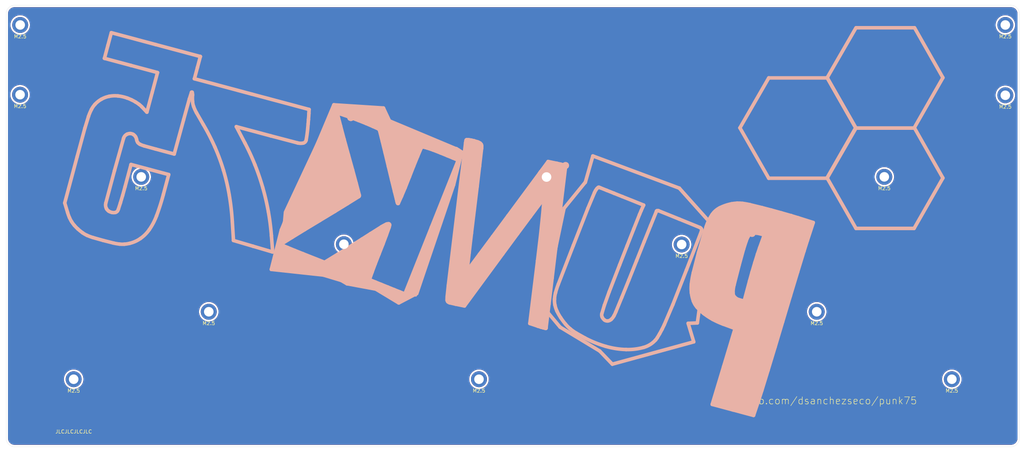
<source format=kicad_pcb>
(kicad_pcb (version 20171130) (host pcbnew "(5.1.6)-1")

  (general
    (thickness 1.6)
    (drawings 431)
    (tracks 0)
    (zones 0)
    (modules 14)
    (nets 1)
  )

  (page A3)
  (layers
    (0 F.Cu signal)
    (31 B.Cu signal)
    (32 B.Adhes user hide)
    (33 F.Adhes user hide)
    (34 B.Paste user hide)
    (35 F.Paste user hide)
    (36 B.SilkS user)
    (37 F.SilkS user)
    (38 B.Mask user)
    (39 F.Mask user)
    (40 Dwgs.User user hide)
    (41 Cmts.User user hide)
    (42 Eco1.User user hide)
    (43 Eco2.User user hide)
    (44 Edge.Cuts user)
    (45 Margin user hide)
    (46 B.CrtYd user hide)
    (47 F.CrtYd user hide)
    (48 B.Fab user hide)
    (49 F.Fab user hide)
  )

  (setup
    (last_trace_width 0.25)
    (trace_clearance 0.2)
    (zone_clearance 0.508)
    (zone_45_only no)
    (trace_min 0.2)
    (via_size 0.8)
    (via_drill 0.4)
    (via_min_size 0.4)
    (via_min_drill 0.3)
    (uvia_size 0.3)
    (uvia_drill 0.1)
    (uvias_allowed no)
    (uvia_min_size 0.2)
    (uvia_min_drill 0.1)
    (edge_width 0.05)
    (segment_width 0.2)
    (pcb_text_width 0.3)
    (pcb_text_size 1.5 1.5)
    (mod_edge_width 0.12)
    (mod_text_size 1 1)
    (mod_text_width 0.15)
    (pad_size 2.831378 2.25)
    (pad_drill 2.051378)
    (pad_to_mask_clearance 0.051)
    (solder_mask_min_width 0.25)
    (aux_axis_origin 0 0)
    (visible_elements 7FFFFFFF)
    (pcbplotparams
      (layerselection 0x010f0_ffffffff)
      (usegerberextensions false)
      (usegerberattributes false)
      (usegerberadvancedattributes false)
      (creategerberjobfile false)
      (excludeedgelayer true)
      (linewidth 0.100000)
      (plotframeref false)
      (viasonmask false)
      (mode 1)
      (useauxorigin true)
      (hpglpennumber 1)
      (hpglpenspeed 20)
      (hpglpendiameter 15.000000)
      (psnegative false)
      (psa4output false)
      (plotreference true)
      (plotvalue true)
      (plotinvisibletext false)
      (padsonsilk false)
      (subtractmaskfromsilk false)
      (outputformat 1)
      (mirror false)
      (drillshape 0)
      (scaleselection 1)
      (outputdirectory "generated/gerber/"))
  )

  (net 0 "")

  (net_class Default "This is the default net class."
    (clearance 0.2)
    (trace_width 0.25)
    (via_dia 0.8)
    (via_drill 0.4)
    (uvia_dia 0.3)
    (uvia_drill 0.1)
  )

  (net_class Power ""
    (clearance 0.2)
    (trace_width 0.38)
    (via_dia 0.8)
    (via_drill 0.4)
    (uvia_dia 0.3)
    (uvia_drill 0.1)
  )

  (module MountingHole:MountingHole_2.7mm_M2.5_ISO7380_Pad (layer F.Cu) (tedit 56D1B4CB) (tstamp 5FB03742)
    (at 269.875 173.1)
    (descr "Mounting Hole 2.7mm, M2.5, ISO7380")
    (tags "mounting hole 2.7mm m2.5 iso7380")
    (path /5EBCA686)
    (attr virtual)
    (fp_text reference H3 (at 0 -3.25) (layer F.Fab)
      (effects (font (size 1 1) (thickness 0.15)))
    )
    (fp_text value M2.5 (at 0 3.25) (layer F.SilkS)
      (effects (font (size 1 1) (thickness 0.15)))
    )
    (fp_circle (center 0 0) (end 2.5 0) (layer F.CrtYd) (width 0.05))
    (fp_circle (center 0 0) (end 2.25 0) (layer Cmts.User) (width 0.15))
    (fp_text user %R (at 0.3 0) (layer F.Fab)
      (effects (font (size 1 1) (thickness 0.15)))
    )
    (pad 1 thru_hole circle (at 0 0) (size 4.5 4.5) (drill 2.7) (layers *.Cu *.Mask))
  )

  (module MountingHole:MountingHole_2.7mm_M2.5_ISO7380_Pad (layer F.Cu) (tedit 56D1B4CB) (tstamp 5FB0377E)
    (at 174.625 173.025)
    (descr "Mounting Hole 2.7mm, M2.5, ISO7380")
    (tags "mounting hole 2.7mm m2.5 iso7380")
    (path /5EBCABA4)
    (attr virtual)
    (fp_text reference H4 (at 0 -3.25) (layer F.Fab)
      (effects (font (size 1 1) (thickness 0.15)))
    )
    (fp_text value M2.5 (at 0 3.25) (layer F.SilkS)
      (effects (font (size 1 1) (thickness 0.15)))
    )
    (fp_circle (center 0 0) (end 2.5 0) (layer F.CrtYd) (width 0.05))
    (fp_circle (center 0 0) (end 2.25 0) (layer Cmts.User) (width 0.15))
    (fp_text user %R (at 0.3 0) (layer F.Fab)
      (effects (font (size 1 1) (thickness 0.15)))
    )
    (pad 1 thru_hole circle (at 0 0) (size 4.5 4.5) (drill 2.7) (layers *.Cu *.Mask))
  )

  (module MountingHole:MountingHole_2.7mm_M2.5_ISO7380_Pad (layer F.Cu) (tedit 56D1B4CB) (tstamp 5EC5FF9F)
    (at 307.975 192.0875)
    (descr "Mounting Hole 2.7mm, M2.5, ISO7380")
    (tags "mounting hole 2.7mm m2.5 iso7380")
    (path /5EC747E7)
    (attr virtual)
    (fp_text reference H14 (at 0 -3.25) (layer F.Fab)
      (effects (font (size 1 1) (thickness 0.15)))
    )
    (fp_text value M2.5 (at 0 3.25) (layer F.SilkS)
      (effects (font (size 1 1) (thickness 0.15)))
    )
    (fp_circle (center 0 0) (end 2.25 0) (layer Cmts.User) (width 0.15))
    (fp_circle (center 0 0) (end 2.5 0) (layer F.CrtYd) (width 0.05))
    (fp_text user %R (at 0.3 0) (layer F.Fab)
      (effects (font (size 1 1) (thickness 0.15)))
    )
    (pad 1 thru_hole circle (at 0 0) (size 4.5 4.5) (drill 2.7) (layers *.Cu *.Mask))
  )

  (module MountingHole:MountingHole_2.7mm_M2.5_ISO7380_Pad (layer F.Cu) (tedit 56D1B4CB) (tstamp 5EC5FFFC)
    (at 136.525 192.0875)
    (descr "Mounting Hole 2.7mm, M2.5, ISO7380")
    (tags "mounting hole 2.7mm m2.5 iso7380")
    (path /5EC747DD)
    (attr virtual)
    (fp_text reference H13 (at 0 -3.25) (layer F.Fab)
      (effects (font (size 1 1) (thickness 0.15)))
    )
    (fp_text value M2.5 (at 0 3.25) (layer F.SilkS)
      (effects (font (size 1 1) (thickness 0.15)))
    )
    (fp_circle (center 0 0) (end 2.25 0) (layer Cmts.User) (width 0.15))
    (fp_circle (center 0 0) (end 2.5 0) (layer F.CrtYd) (width 0.05))
    (fp_text user %R (at 0.3 0) (layer F.Fab)
      (effects (font (size 1 1) (thickness 0.15)))
    )
    (pad 1 thru_hole circle (at 0 0) (size 4.5 4.5) (drill 2.7) (layers *.Cu *.Mask))
  )

  (module MountingHole:MountingHole_2.7mm_M2.5_ISO7380_Pad (layer F.Cu) (tedit 56D1B4CB) (tstamp 5EB57D6C)
    (at 361.15625 130.96875)
    (descr "Mounting Hole 2.7mm, M2.5, ISO7380")
    (tags "mounting hole 2.7mm m2.5 iso7380")
    (path /5F1D4F90)
    (attr virtual)
    (fp_text reference H12 (at 0 -3.25) (layer F.Fab)
      (effects (font (size 1 1) (thickness 0.15)))
    )
    (fp_text value M2.5 (at 0 3.25) (layer F.SilkS)
      (effects (font (size 1 1) (thickness 0.15)))
    )
    (fp_circle (center 0 0) (end 2.25 0) (layer Cmts.User) (width 0.15))
    (fp_circle (center 0 0) (end 2.5 0) (layer F.CrtYd) (width 0.05))
    (fp_text user %R (at 0.3 0) (layer F.Fab)
      (effects (font (size 1 1) (thickness 0.15)))
    )
    (pad 1 thru_hole circle (at 0 0) (size 4.5 4.5) (drill 2.7) (layers *.Cu *.Mask))
  )

  (module MountingHole:MountingHole_2.7mm_M2.5_ISO7380_Pad (layer F.Cu) (tedit 56D1B4CB) (tstamp 5EB8429A)
    (at 361.15625 111.125)
    (descr "Mounting Hole 2.7mm, M2.5, ISO7380")
    (tags "mounting hole 2.7mm m2.5 iso7380")
    (path /5F1D4F86)
    (attr virtual)
    (fp_text reference H11 (at 0 -3.25) (layer F.Fab)
      (effects (font (size 1 1) (thickness 0.15)))
    )
    (fp_text value M2.5 (at 0 3.25) (layer F.SilkS)
      (effects (font (size 1 1) (thickness 0.15)))
    )
    (fp_circle (center 0 0) (end 2.25 0) (layer Cmts.User) (width 0.15))
    (fp_circle (center 0 0) (end 2.5 0) (layer F.CrtYd) (width 0.05))
    (fp_text user %R (at 0.3 0) (layer F.Fab)
      (effects (font (size 1 1) (thickness 0.15)))
    )
    (pad 1 thru_hole circle (at 0 0) (size 4.5 4.5) (drill 2.7) (layers *.Cu *.Mask))
  )

  (module MountingHole:MountingHole_2.7mm_M2.5_ISO7380_Pad (layer F.Cu) (tedit 56D1B4CB) (tstamp 5EB57D5C)
    (at 83.312 130.81)
    (descr "Mounting Hole 2.7mm, M2.5, ISO7380")
    (tags "mounting hole 2.7mm m2.5 iso7380")
    (path /5F1D4F7C)
    (attr virtual)
    (fp_text reference H10 (at 0 -3.25) (layer F.Fab)
      (effects (font (size 1 1) (thickness 0.15)))
    )
    (fp_text value M2.5 (at 0 3.25) (layer F.SilkS)
      (effects (font (size 1 1) (thickness 0.15)))
    )
    (fp_circle (center 0 0) (end 2.5 0) (layer F.CrtYd) (width 0.05))
    (fp_circle (center 0 0) (end 2.25 0) (layer Cmts.User) (width 0.15))
    (fp_text user %R (at 0.3 0) (layer F.Fab)
      (effects (font (size 1 1) (thickness 0.15)))
    )
    (pad 1 thru_hole circle (at 0 0) (size 4.5 4.5) (drill 2.7) (layers *.Cu *.Mask))
  )

  (module MountingHole:MountingHole_2.7mm_M2.5_ISO7380_Pad (layer F.Cu) (tedit 56D1B4CB) (tstamp 5EB57D54)
    (at 83.34375 111.125)
    (descr "Mounting Hole 2.7mm, M2.5, ISO7380")
    (tags "mounting hole 2.7mm m2.5 iso7380")
    (path /5F1D4F72)
    (attr virtual)
    (fp_text reference H9 (at 0 -3.25) (layer F.Fab)
      (effects (font (size 1 1) (thickness 0.15)))
    )
    (fp_text value M2.5 (at 0 3.25) (layer F.SilkS)
      (effects (font (size 1 1) (thickness 0.15)))
    )
    (fp_circle (center 0 0) (end 2.5 0) (layer F.CrtYd) (width 0.05))
    (fp_circle (center 0 0) (end 2.25 0) (layer Cmts.User) (width 0.15))
    (fp_text user %R (at 0.3 0) (layer F.Fab)
      (effects (font (size 1 1) (thickness 0.15)))
    )
    (pad 1 thru_hole circle (at 0 0) (size 4.5 4.5) (drill 2.7) (layers *.Cu *.Mask))
  )

  (module MountingHole:MountingHole_2.7mm_M2.5_ISO7380_Pad (layer F.Cu) (tedit 56D1B4CB) (tstamp 5EB1B434)
    (at 231.775 154.051)
    (descr "Mounting Hole 2.7mm, M2.5, ISO7380")
    (tags "mounting hole 2.7mm m2.5 iso7380")
    (path /5EBD2C05)
    (attr virtual)
    (fp_text reference H8 (at 0 -3.25) (layer F.Fab)
      (effects (font (size 1 1) (thickness 0.15)))
    )
    (fp_text value M2.5 (at 0 3.25) (layer F.SilkS)
      (effects (font (size 1 1) (thickness 0.15)))
    )
    (fp_circle (center 0 0) (end 2.25 0) (layer Cmts.User) (width 0.15))
    (fp_circle (center 0 0) (end 2.5 0) (layer F.CrtYd) (width 0.05))
    (fp_text user %R (at 0.3 0) (layer F.Fab)
      (effects (font (size 1 1) (thickness 0.15)))
    )
    (pad 1 thru_hole circle (at 0 0) (size 4.5 4.5) (drill 2.7) (layers *.Cu *.Mask))
  )

  (module MountingHole:MountingHole_2.7mm_M2.5_ISO7380_Pad (layer F.Cu) (tedit 56D1B4CB) (tstamp 5EB16D11)
    (at 327.025 154)
    (descr "Mounting Hole 2.7mm, M2.5, ISO7380")
    (tags "mounting hole 2.7mm m2.5 iso7380")
    (path /5EBCBB16)
    (attr virtual)
    (fp_text reference H7 (at 0 -3.25) (layer F.Fab)
      (effects (font (size 1 1) (thickness 0.15)))
    )
    (fp_text value M2.5 (at 0 3.25) (layer F.SilkS)
      (effects (font (size 1 1) (thickness 0.15)))
    )
    (fp_circle (center 0 0) (end 2.25 0) (layer Cmts.User) (width 0.15))
    (fp_circle (center 0 0) (end 2.5 0) (layer F.CrtYd) (width 0.05))
    (fp_text user %R (at 0.3 0) (layer F.Fab)
      (effects (font (size 1 1) (thickness 0.15)))
    )
    (pad 1 thru_hole circle (at 0 0) (size 4.5 4.5) (drill 2.7) (layers *.Cu *.Mask))
  )

  (module MountingHole:MountingHole_2.7mm_M2.5_ISO7380_Pad (layer F.Cu) (tedit 56D1B4CB) (tstamp 5EB16D09)
    (at 346.075 211.1375)
    (descr "Mounting Hole 2.7mm, M2.5, ISO7380")
    (tags "mounting hole 2.7mm m2.5 iso7380")
    (path /5EBCB58A)
    (attr virtual)
    (fp_text reference H6 (at 0 -3.25) (layer F.Fab)
      (effects (font (size 1 1) (thickness 0.15)))
    )
    (fp_text value M2.5 (at 0 3.25) (layer F.SilkS)
      (effects (font (size 1 1) (thickness 0.15)))
    )
    (fp_circle (center 0 0) (end 2.25 0) (layer Cmts.User) (width 0.15))
    (fp_circle (center 0 0) (end 2.5 0) (layer F.CrtYd) (width 0.05))
    (fp_text user %R (at 0.3 0) (layer F.Fab)
      (effects (font (size 1 1) (thickness 0.15)))
    )
    (pad 1 thru_hole circle (at 0 0) (size 4.5 4.5) (drill 2.7) (layers *.Cu *.Mask))
  )

  (module MountingHole:MountingHole_2.7mm_M2.5_ISO7380_Pad (layer F.Cu) (tedit 56D1B4CB) (tstamp 5EB16D01)
    (at 212.725 211.1375)
    (descr "Mounting Hole 2.7mm, M2.5, ISO7380")
    (tags "mounting hole 2.7mm m2.5 iso7380")
    (path /5EBCB018)
    (attr virtual)
    (fp_text reference H5 (at 0 -3.25) (layer F.Fab)
      (effects (font (size 1 1) (thickness 0.15)))
    )
    (fp_text value M2.5 (at 0 3.25) (layer F.SilkS)
      (effects (font (size 1 1) (thickness 0.15)))
    )
    (fp_circle (center 0 0) (end 2.25 0) (layer Cmts.User) (width 0.15))
    (fp_circle (center 0 0) (end 2.5 0) (layer F.CrtYd) (width 0.05))
    (fp_text user %R (at 0.3 0) (layer F.Fab)
      (effects (font (size 1 1) (thickness 0.15)))
    )
    (pad 1 thru_hole circle (at 0 0) (size 4.5 4.5) (drill 2.7) (layers *.Cu *.Mask))
  )

  (module MountingHole:MountingHole_2.7mm_M2.5_ISO7380_Pad (layer F.Cu) (tedit 56D1B4CB) (tstamp 5EB16CE9)
    (at 98.425 211.1375)
    (descr "Mounting Hole 2.7mm, M2.5, ISO7380")
    (tags "mounting hole 2.7mm m2.5 iso7380")
    (path /5EBCA17F)
    (attr virtual)
    (fp_text reference H2 (at 0 -3.25) (layer F.Fab)
      (effects (font (size 1 1) (thickness 0.15)))
    )
    (fp_text value M2.5 (at 0 3.25) (layer F.SilkS)
      (effects (font (size 1 1) (thickness 0.15)))
    )
    (fp_circle (center 0 0) (end 2.25 0) (layer Cmts.User) (width 0.15))
    (fp_circle (center 0 0) (end 2.5 0) (layer F.CrtYd) (width 0.05))
    (fp_text user %R (at 0.3 0) (layer F.Fab)
      (effects (font (size 1 1) (thickness 0.15)))
    )
    (pad 1 thru_hole circle (at 0 0) (size 4.5 4.5) (drill 2.7) (layers *.Cu *.Mask))
  )

  (module MountingHole:MountingHole_2.7mm_M2.5_ISO7380_Pad (layer F.Cu) (tedit 56D1B4CB) (tstamp 5EB16CE1)
    (at 117.475 154.01)
    (descr "Mounting Hole 2.7mm, M2.5, ISO7380")
    (tags "mounting hole 2.7mm m2.5 iso7380")
    (path /5EB38EAE)
    (attr virtual)
    (fp_text reference H1 (at 0 -3.25) (layer F.Fab)
      (effects (font (size 1 1) (thickness 0.15)))
    )
    (fp_text value M2.5 (at 0 3.25) (layer F.SilkS)
      (effects (font (size 1 1) (thickness 0.15)))
    )
    (fp_circle (center 0 0) (end 2.25 0) (layer Cmts.User) (width 0.15))
    (fp_circle (center 0 0) (end 2.5 0) (layer F.CrtYd) (width 0.05))
    (fp_text user %R (at 0.3 0) (layer F.Fab)
      (effects (font (size 1 1) (thickness 0.15)))
    )
    (pad 1 thru_hole circle (at 0 0) (size 4.5 4.5) (drill 2.7) (layers *.Cu *.Mask))
  )

  (gr_line (start 362.74375 230.1875) (end 81.75625 230.1875) (layer Edge.Cuts) (width 0.05) (tstamp 5EB4498D))
  (gr_arc (start 81.75625 227.80625) (end 79.375 227.80625) (angle -90) (layer Edge.Cuts) (width 0.05))
  (gr_line (start 178.108194 155.849959) (end 177.101994 152.120223) (layer B.SilkS) (width 1) (tstamp 5FB022B5))
  (gr_arc (start 173.120175 136.315509) (end 172.861656 136.381036) (angle 53.61851981) (layer B.SilkS) (width 1) (tstamp 5FB022B4))
  (gr_line (start 122.071616 124.558228) (end 114.585691 122.55238) (layer B.SilkS) (width 1) (tstamp 5FB022B3))
  (gr_line (start 121.597945 116.666736) (end 134.15498 120.031384) (layer B.SilkS) (width 1) (tstamp 5FB022B2))
  (gr_line (start 252.391169 178.843522) (end 249.433408 186.486867) (layer B.SilkS) (width 1) (tstamp 5FB022B1))
  (gr_line (start 176.581999 137.256699) (end 178.753284 138.08008) (layer B.SilkS) (width 1) (tstamp 5FB022B0))
  (gr_line (start 177.101994 152.120223) (end 175.887 147.750403) (layer B.SilkS) (width 1) (tstamp 5FB022AF))
  (gr_line (start 234.401971 173.809665) (end 233.350646 182.547907) (layer B.SilkS) (width 1) (tstamp 5FB022AE))
  (gr_arc (start 231.554769 196.725465) (end 231.621553 196.743358) (angle 87.95266632) (layer B.SilkS) (width 1) (tstamp 5FB022AD))
  (gr_line (start 187.482255 138.204038) (end 185.779476 134.569144) (layer B.SilkS) (width 1) (tstamp 5FB022AC))
  (gr_line (start 190.106343 189.598036) (end 195.16846 186.939307) (layer B.SilkS) (width 1) (tstamp 5FB022AB))
  (gr_line (start 230.926214 196.644442) (end 230.188343 196.437819) (layer B.SilkS) (width 1) (tstamp 5FB022AA))
  (gr_line (start 175.887 147.750403) (end 174.679868 143.383499) (layer B.SilkS) (width 1) (tstamp 5FB022A9))
  (gr_arc (start 173.061111 136.267) (end 172.914078 136.146245) (angle 68.29296206) (layer B.SilkS) (width 1) (tstamp 5FB022A8))
  (gr_line (start 207.873995 147.01392) (end 206.320521 146.0161) (layer B.SilkS) (width 1) (tstamp 5FB022A7))
  (gr_arc (start 230.601909 196.470147) (end 231.649845 196.597231) (angle 8.085432832) (layer B.SilkS) (width 1) (tstamp 5FB022A6))
  (gr_line (start 232.45783 189.933703) (end 231.649845 196.597231) (layer B.SilkS) (width 1) (tstamp 5FB022A5))
  (gr_line (start 173.11892 136.085731) (end 174.718562 136.605677) (layer B.SilkS) (width 1) (tstamp 5FB022A4))
  (gr_arc (start 176.581999 137.256699) (end 176.581999 137.256699) (angle 359.8854085) (layer B.SilkS) (width 1) (tstamp 5FB022A3))
  (gr_line (start 174.718562 136.605677) (end 176.581999 137.256699) (layer B.SilkS) (width 1) (tstamp 5FB022A2))
  (gr_line (start 235.453273 165.071507) (end 234.401971 173.809665) (layer B.SilkS) (width 1) (tstamp 5FB022A1))
  (gr_arc (start 176.581999 137.256699) (end 176.581999 137.256699) (angle 359.8854085) (layer B.SilkS) (width 1) (tstamp 5FB022A0))
  (gr_line (start 171.800826 133.667618) (end 156.977274 169.010365) (layer B.SilkS) (width 1) (tstamp 5FB0229F))
  (gr_line (start 114.585691 122.55238) (end 107.099766 120.546533) (layer B.SilkS) (width 1) (tstamp 5FB0229E))
  (gr_line (start 107.099766 120.546533) (end 108.070337 116.924311) (layer B.SilkS) (width 1) (tstamp 5FB0229D))
  (gr_arc (start 238.194667 151.148522) (end 237.153963 151.022323) (angle 8.085890628) (layer B.SilkS) (width 1) (tstamp 5FB0229C))
  (gr_line (start 237.153963 151.022323) (end 236.346015 157.685986) (layer B.SilkS) (width 1) (tstamp 5FB0229B))
  (gr_line (start 206.282478 146.085584) (end 187.482255 138.204038) (layer B.SilkS) (width 1) (tstamp 5FB0229A))
  (gr_line (start 195.16846 186.939307) (end 205.562459 156.265047) (layer B.SilkS) (width 1) (tstamp 5FB02299))
  (gr_line (start 108.070337 116.924311) (end 109.040909 113.302089) (layer B.SilkS) (width 1) (tstamp 5FB02298))
  (gr_line (start 236.346015 157.685986) (end 235.453273 165.071507) (layer B.SilkS) (width 1) (tstamp 5FB02297))
  (gr_line (start 185.779476 134.569144) (end 171.800826 133.667618) (layer B.SilkS) (width 1) (tstamp 5FB02296))
  (gr_line (start 154.163849 180.13457) (end 168.797475 181.713485) (layer B.SilkS) (width 1) (tstamp 5FB02295))
  (gr_line (start 168.797475 181.713485) (end 173.906617 183.249772) (layer B.SilkS) (width 1) (tstamp 5FB02294))
  (gr_line (start 183.626013 185.68678) (end 190.106343 189.598036) (layer B.SilkS) (width 1) (tstamp 5FB02293))
  (gr_line (start 175.498133 184.178108) (end 183.626013 185.68678) (layer B.SilkS) (width 1) (tstamp 5FB02292))
  (gr_line (start 231.539271 196.792846) (end 230.926214 196.644442) (layer B.SilkS) (width 1) (tstamp 5FB02291))
  (gr_line (start 109.040909 113.302089) (end 121.597945 116.666736) (layer B.SilkS) (width 1) (tstamp 5FB02290))
  (gr_line (start 134.15498 120.031384) (end 133.313818 123.170643) (layer B.SilkS) (width 1) (tstamp 5FB0228F))
  (gr_line (start 156.977274 169.010365) (end 154.163849 180.13457) (layer B.SilkS) (width 1) (tstamp 5FB0228E))
  (gr_line (start 173.906617 183.249772) (end 175.498133 184.178108) (layer B.SilkS) (width 1) (tstamp 5FB0228D))
  (gr_line (start 173.698157 139.6636) (end 172.861656 136.381036) (layer B.SilkS) (width 1) (tstamp 5FB0228C))
  (gr_line (start 205.562459 156.265047) (end 207.873995 147.01392) (layer B.SilkS) (width 1) (tstamp 5FB0228B))
  (gr_line (start 134.15498 120.031384) (end 134.15498 120.031384) (layer B.SilkS) (width 1) (tstamp 5FB0228A))
  (gr_line (start 233.350646 182.547907) (end 232.45783 189.933703) (layer B.SilkS) (width 1) (tstamp 5FB02289))
  (gr_line (start 174.679868 143.383499) (end 173.698157 139.6636) (layer B.SilkS) (width 1) (tstamp 5FB02288))
  (gr_line (start 194.319479 150.92768) (end 195.402611 148.268719) (layer B.SilkS) (width 1) (tstamp 5FB02287))
  (gr_line (start 178.753284 138.08008) (end 180.924203 138.952348) (layer B.SilkS) (width 1) (tstamp 5FB02286))
  (gr_arc (start 208.04611 145.372507) (end 213.496919 145.302687) (angle 7.294039196) (layer B.SilkS) (width 1) (tstamp 5FB02285))
  (gr_line (start 213.461673 145.995295) (end 212.885511 150.978322) (layer B.SilkS) (width 1) (tstamp 5FB02284))
  (gr_line (start 212.885511 150.978322) (end 212.206812 156.714089) (layer B.SilkS) (width 1) (tstamp 5FB02283))
  (gr_arc (start 209.428636 180.360292) (end 209.447246 180.392523) (angle 126.5125055) (layer B.SilkS) (width 1) (tstamp 5FB02282))
  (gr_line (start 212.206812 156.714089) (end 211.399184 163.347547) (layer B.SilkS) (width 1) (tstamp 5FB02281))
  (gr_arc (start 184.142506 140.934601) (end 184.358215 140.468402) (angle 37.32335499) (layer B.SilkS) (width 1) (tstamp 5FB02280))
  (gr_line (start 234.727062 150.187778) (end 235.683076 150.397462) (layer B.SilkS) (width 1) (tstamp 5FB0227F))
  (gr_line (start 190.875673 159.490409) (end 191.920105 157.027639) (layer B.SilkS) (width 1) (tstamp 5FB0227E))
  (gr_line (start 186.261127 147.219172) (end 187.184391 151.063811) (layer B.SilkS) (width 1) (tstamp 5FB0227D))
  (gr_line (start 212.880803 175.82987) (end 216.567006 170.8659) (layer B.SilkS) (width 1) (tstamp 5FB0227C))
  (gr_line (start 209.955684 175.423057) (end 209.39166 180.356071) (layer B.SilkS) (width 1) (tstamp 5FB0227B))
  (gr_line (start 211.399184 163.347547) (end 210.601596 169.912195) (layer B.SilkS) (width 1) (tstamp 5FB0227A))
  (gr_line (start 185.447794 143.912764) (end 186.261127 147.219172) (layer B.SilkS) (width 1) (tstamp 5FB02279))
  (gr_line (start 191.920105 157.027639) (end 193.11406 154.007515) (layer B.SilkS) (width 1) (tstamp 5FB02278))
  (gr_line (start 216.567006 170.8659) (end 220.914867 164.987726) (layer B.SilkS) (width 1) (tstamp 5FB02277))
  (gr_arc (start 237.135315 150.793193) (end 237.135315 150.793193) (angle 45) (layer B.SilkS) (width 1) (tstamp 5FB02276))
  (gr_line (start 210.601596 169.912195) (end 209.955684 175.423057) (layer B.SilkS) (width 1) (tstamp 5FB02275))
  (gr_arc (start 209.268051 180.08215) (end 209.555501 180.296195) (angle 23.32718442) (layer B.SilkS) (width 1) (tstamp 5FB02274))
  (gr_line (start 189.975212 161.488041) (end 190.875673 159.490409) (layer B.SilkS) (width 1) (tstamp 5FB02273))
  (gr_line (start 209.555501 180.296195) (end 212.880803 175.82987) (layer B.SilkS) (width 1) (tstamp 5FB02272))
  (gr_line (start 220.914867 164.987726) (end 232.225048 149.673827) (layer B.SilkS) (width 1) (tstamp 5FB02271))
  (gr_line (start 232.225048 149.673827) (end 234.727062 150.187778) (layer B.SilkS) (width 1) (tstamp 5FB02270))
  (gr_line (start 188.109618 154.912572) (end 188.92911 158.232316) (layer B.SilkS) (width 1) (tstamp 5FB0226F))
  (gr_line (start 188.92911 158.232316) (end 189.65445 161.110966) (layer B.SilkS) (width 1) (tstamp 5FB0226E))
  (gr_arc (start 197.300803 146.396852) (end 196.358505 145.99689) (angle 23.73265946) (layer B.SilkS) (width 1) (tstamp 5FB0226D))
  (gr_line (start 235.683076 150.397462) (end 236.480298 150.6023) (layer B.SilkS) (width 1) (tstamp 5FB0226C))
  (gr_line (start 180.924203 138.952348) (end 182.789245 139.75445) (layer B.SilkS) (width 1) (tstamp 5FB0226B))
  (gr_arc (start 191.364555 160.678037) (end 189.799725 161.492406) (angle 13.28688197) (layer B.SilkS) (width 1) (tstamp 5FB0226A))
  (gr_line (start 236.480298 150.6023) (end 237.135315 150.793193) (layer B.SilkS) (width 1) (tstamp 5FB02269))
  (gr_line (start 184.726199 141.032324) (end 185.447794 143.912764) (layer B.SilkS) (width 1) (tstamp 5FB02268))
  (gr_line (start 195.402611 148.268719) (end 196.358505 145.99689) (layer B.SilkS) (width 1) (tstamp 5FB02267))
  (gr_arc (start 237.115339 150.859317) (end 237.135315 150.793193) (angle 88.19021474) (layer B.SilkS) (width 1) (tstamp 5FB02266))
  (gr_line (start 182.789245 139.75445) (end 184.358215 140.468402) (layer B.SilkS) (width 1) (tstamp 5FB02265))
  (gr_arc (start 189.886401 161.447297) (end 189.975212 161.488041) (angle 127.8622613) (layer B.SilkS) (width 1) (tstamp 5FB02264))
  (gr_line (start 187.184391 151.063811) (end 188.109618 154.912572) (layer B.SilkS) (width 1) (tstamp 5FB02263))
  (gr_arc (start 183.2592 141.401238) (end 184.596706 140.694653) (angle 13.73109603) (layer B.SilkS) (width 1) (tstamp 5FB02262))
  (gr_arc (start 212.379417 145.406293) (end 213.027197 144.465854) (angle 25.56243395) (layer B.SilkS) (width 1) (tstamp 5FB02261))
  (gr_arc (start 212.538377 145.314967) (end 213.369583 144.837422) (angle 29.14431427) (layer B.SilkS) (width 1) (tstamp 5FB02260))
  (gr_line (start 193.11406 154.007515) (end 194.319479 150.92768) (layer B.SilkS) (width 1) (tstamp 5FB0225F))
  (gr_line (start 277.1476 193.2164) (end 280.5512 195.0452) (layer B.SilkS) (width 1) (tstamp 5FB0225E))
  (gr_line (start 186.5712 167.41) (end 180.4244 171.3216) (layer B.SilkS) (width 1) (tstamp 5FB0225D))
  (gr_line (start 186.5204 167.5116) (end 186.114 167.8164) (layer B.SilkS) (width 1) (tstamp 5FB0225C))
  (gr_line (start 198.176114 145.876761) (end 199.783474 146.421988) (layer B.SilkS) (width 1) (tstamp 5FB0225B))
  (gr_line (start 199.783474 146.421988) (end 201.916686 147.259747) (layer B.SilkS) (width 1) (tstamp 5FB0225A))
  (gr_line (start 201.916686 147.259747) (end 203.795882 148.030498) (layer B.SilkS) (width 1) (tstamp 5FB02259))
  (gr_line (start 203.795882 148.030498) (end 205.380065 148.685879) (layer B.SilkS) (width 1) (tstamp 5FB02258))
  (gr_arc (start 206.792764 149.313678) (end 206.806978 149.279522) (angle 49.79163353) (layer B.SilkS) (width 1) (tstamp 5FB02257))
  (gr_line (start 310.9172 154.33) (end 319.0452 140.233) (layer B.SilkS) (width 1) (tstamp 5FB02256))
  (gr_line (start 273.2868 200.5824) (end 250.3252 206.8816) (layer B.SilkS) (width 1) (tstamp 5FB02255))
  (gr_arc (start 290.085413 171.614822) (end 289.249406 170.166813) (angle 17.54354014) (layer B.SilkS) (width 1) (tstamp 5FB02254))
  (gr_line (start 306.994811 166.902856) (end 305.325579 171.999425) (layer B.SilkS) (width 1) (tstamp 5FB02253))
  (gr_line (start 319.0452 140.233) (end 310.9172 126.009) (layer B.SilkS) (width 1) (tstamp 5FB02252))
  (gr_line (start 305.325579 171.999425) (end 304.37724 174.987641) (layer B.SilkS) (width 1) (tstamp 5FB02251))
  (gr_line (start 246.7692 203.1732) (end 235.5932 196.4168) (layer B.SilkS) (width 1) (tstamp 5FB02250))
  (gr_line (start 335.4282 168.554) (end 319.0452 168.554) (layer B.SilkS) (width 1) (tstamp 5FB0224F))
  (gr_line (start 188.8572 157.4024) (end 189.8224 161.1616) (layer B.SilkS) (width 1) (tstamp 5FB0224E))
  (gr_line (start 244.8388 148.106) (end 269.2228 157.1992) (layer B.SilkS) (width 1) (tstamp 5FB0224D))
  (gr_line (start 269.2228 157.1992) (end 278.1636 167.2068) (layer B.SilkS) (width 1) (tstamp 5FB0224C))
  (gr_line (start 274.3028 195.2484) (end 271.712 195.35) (layer B.SilkS) (width 1) (tstamp 5FB0224B))
  (gr_line (start 250.3252 206.8816) (end 246.7692 203.1732) (layer B.SilkS) (width 1) (tstamp 5FB0224A))
  (gr_line (start 230.8688 190.778) (end 236.7108 162.8888) (layer B.SilkS) (width 1) (tstamp 5FB02249))
  (gr_line (start 274.6584 191.1336) (end 277.1476 193.2164) (layer B.SilkS) (width 1) (tstamp 5FB02248))
  (gr_line (start 343.5562 126.009) (end 335.4282 140.233) (layer B.SilkS) (width 1) (tstamp 5FB02247))
  (gr_line (start 335.5552 140.233) (end 343.5562 154.33) (layer B.SilkS) (width 1) (tstamp 5FB02246))
  (gr_line (start 272.6772 185.698) (end 272.8804 187.2728) (layer B.SilkS) (width 1) (tstamp 5FB02245))
  (gr_line (start 286.31095 140.1695) (end 294.43895 126.0725) (layer B.SilkS) (width 1) (tstamp 5FB02244))
  (gr_line (start 335.5552 111.912) (end 343.5562 126.009) (layer B.SilkS) (width 1) (tstamp 5FB02243))
  (gr_line (start 310.82195 154.3935) (end 294.43895 154.3935) (layer B.SilkS) (width 1) (tstamp 5FB02242))
  (gr_line (start 319.1341 111.912) (end 335.5171 111.912) (layer B.SilkS) (width 1) (tstamp 5FB02241))
  (gr_line (start 244.8388 148.106) (end 242.7052 155.5736) (layer B.SilkS) (width 1) (tstamp 5FB02240))
  (gr_line (start 272.982 187.8316) (end 272.6772 185.698) (layer B.SilkS) (width 1) (tstamp 5FB0223F))
  (gr_line (start 273.4392 189.1016) (end 274.3028 190.778) (layer B.SilkS) (width 1) (tstamp 5FB0223E))
  (gr_line (start 274.3028 190.778) (end 273.3884 189.254) (layer B.SilkS) (width 1) (tstamp 5FB0223D))
  (gr_line (start 294.43895 154.3935) (end 286.31095 140.1695) (layer B.SilkS) (width 1) (tstamp 5FB0223C))
  (gr_line (start 273.3884 189.254) (end 274.6584 191.1336) (layer B.SilkS) (width 1) (tstamp 5FB0223B))
  (gr_line (start 335.4282 140.233) (end 319.0452 140.233) (layer B.SilkS) (width 1) (tstamp 5FB0223A))
  (gr_line (start 319.0452 168.554) (end 310.9172 154.33) (layer B.SilkS) (width 1) (tstamp 5FB02239))
  (gr_line (start 318.94995 140.1695) (end 310.82195 154.3935) (layer B.SilkS) (width 1) (tstamp 5FB02238))
  (gr_line (start 310.94895 126.0725) (end 318.94995 140.1695) (layer B.SilkS) (width 1) (tstamp 5FB02237))
  (gr_line (start 294.43895 126.0725) (end 310.82195 126.0725) (layer B.SilkS) (width 1) (tstamp 5FB02236))
  (gr_line (start 310.9172 126.009) (end 319.0452 111.912) (layer B.SilkS) (width 1) (tstamp 5FB02235))
  (gr_line (start 174.3284 162.33) (end 175.9032 161.06) (layer B.SilkS) (width 1) (tstamp 5FB02234))
  (gr_line (start 302.779852 165.571791) (end 306.994811 166.902856) (layer B.SilkS) (width 1) (tstamp 5FB02233))
  (gr_line (start 235.5932 196.4168) (end 230.8688 190.778) (layer B.SilkS) (width 1) (tstamp 5FB02232))
  (gr_line (start 236.7108 162.8888) (end 242.7052 155.5228) (layer B.SilkS) (width 1) (tstamp 5FB02231))
  (gr_line (start 178.9512 159.282) (end 174.9888 161.8728) (layer B.SilkS) (width 1) (tstamp 5FB02230))
  (gr_line (start 319.0452 140.233) (end 335.4282 140.233) (layer B.SilkS) (width 1) (tstamp 5FB0222F))
  (gr_line (start 274.9632 174.5728) (end 274.3536 177.1128) (layer B.SilkS) (width 1) (tstamp 5FB0222E))
  (gr_line (start 189.7208 161.314) (end 188.8572 157.4024) (layer B.SilkS) (width 1) (tstamp 5FB0222D))
  (gr_line (start 343.5562 154.33) (end 335.4282 168.554) (layer B.SilkS) (width 1) (tstamp 5FB0222C))
  (gr_line (start 278.1636 167.2068) (end 274.3028 195.2484) (layer B.SilkS) (width 1) (tstamp 5FB0222B))
  (gr_arc (start 196.880285 145.950116) (end 196.599165 145.651467) (angle 56.78774383) (layer B.SilkS) (width 1) (tstamp 5FB0222A))
  (gr_line (start 205.380065 148.685879) (end 206.806978 149.279522) (layer B.SilkS) (width 1) (tstamp 5FB02229))
  (gr_line (start 304.37724 174.987641) (end 302.597822 180.809941) (layer B.SilkS) (width 1) (tstamp 5FB02228))
  (gr_line (start 196.976167 145.551335) (end 198.176114 145.876761) (layer B.SilkS) (width 1) (tstamp 5FB02227))
  (gr_line (start 271.712 195.35) (end 273.2868 200.5824) (layer B.SilkS) (width 1) (tstamp 5FB02226))
  (gr_line (start 272.8804 187.2728) (end 272.728 186.714) (layer B.SilkS) (width 1) (tstamp 5FB02225))
  (gr_line (start 272.728 186.714) (end 273.4392 189.1016) (layer B.SilkS) (width 1) (tstamp 5FB02224))
  (gr_line (start 111.60189 161.355474) (end 112.252156 159.187783) (layer B.SilkS) (width 1) (tstamp 5FB02223))
  (gr_arc (start 105.122437 158.744315) (end 121.807886 164.968499) (angle 14.34254861) (layer B.SilkS) (width 1) (tstamp 5FB02222))
  (gr_arc (start 114.264065 143.623241) (end 115.224702 142.01635) (angle 27.848589) (layer B.SilkS) (width 1) (tstamp 5FB02221))
  (gr_line (start 119.913131 151.93232) (end 125.225723 153.355825) (layer B.SilkS) (width 1) (tstamp 5FB02220))
  (gr_line (start 204.079533 184.705554) (end 206.452307 165.054906) (layer B.SilkS) (width 1) (tstamp 5FB0221F))
  (gr_arc (start 113.741854 143.940495) (end 115.864084 142.6512) (angle 22.53645186) (layer B.SilkS) (width 1) (tstamp 5FB0221E))
  (gr_arc (start 209.291942 149.90932) (end 209.801533 143.530741) (angle 6.462625549) (layer B.SilkS) (width 1) (tstamp 5FB0221D))
  (gr_arc (start 204.801754 188.362309) (end 204.501522 189.572386) (angle 28.86691031) (layer B.SilkS) (width 1) (tstamp 5FB0221C))
  (gr_arc (start 109.637196 161.94762) (end 107.718807 163.0552) (angle 44.56853755) (layer B.SilkS) (width 1) (tstamp 5FB0221B))
  (gr_line (start 109.930527 152.26207) (end 107.493256 161.390421) (layer B.SilkS) (width 1) (tstamp 5FB0221A))
  (gr_arc (start 60.660897 142.158696) (end 123.699998 159.04991) (angle 5.457193519) (layer B.SilkS) (width 1) (tstamp 5FB02219))
  (gr_line (start 230.390616 160.970707) (end 227.218048 165.212398) (layer B.SilkS) (width 1) (tstamp 5FB02218))
  (gr_line (start 227.218048 165.212398) (end 223.598866 170.083343) (layer B.SilkS) (width 1) (tstamp 5FB02217))
  (gr_arc (start 114.33233 143.756169) (end 113.503472 141.953286) (angle 26.32288981) (layer B.SilkS) (width 1) (tstamp 5FB02216))
  (gr_line (start 223.598866 170.083343) (end 219.418916 175.757668) (layer B.SilkS) (width 1) (tstamp 5FB02215))
  (gr_line (start 219.418916 175.757668) (end 208.627866 190.456047) (layer B.SilkS) (width 1) (tstamp 5FB02214))
  (gr_arc (start 114.277741 143.637431) (end 112.496315 143.12522) (angle 49.26841744) (layer B.SilkS) (width 1) (tstamp 5FB02213))
  (gr_line (start 112.252156 159.187783) (end 112.9288 156.747834) (layer B.SilkS) (width 1) (tstamp 5FB02212))
  (gr_arc (start 211.511288 146.666629) (end 212.396442 144.145143) (angle 15.215989) (layer B.SilkS) (width 1) (tstamp 5FB02211))
  (gr_line (start 208.627866 190.456047) (end 206.122134 189.940116) (layer B.SilkS) (width 1) (tstamp 5FB02210))
  (gr_line (start 134.975686 139.232574) (end 133.063082 135.91111) (layer B.SilkS) (width 1) (tstamp 5FB0220F))
  (gr_arc (start 82.901866 170.055569) (end 134.975686 139.232574) (angle 6.782527045) (layer B.SilkS) (width 1) (tstamp 5FB0220E))
  (gr_arc (start 114.339726 143.496677) (end 114.388868 141.772689) (angle 29.23924343) (layer B.SilkS) (width 1) (tstamp 5FB0220D))
  (gr_arc (start 143.395745 130.125088) (end 133.063082 135.91111) (angle 9.213923535) (layer B.SilkS) (width 1) (tstamp 5FB0220C))
  (gr_arc (start 111.514901 163.18714) (end 119.745989 168.907799) (angle 20.1736034) (layer B.SilkS) (width 1) (tstamp 5FB0220B))
  (gr_line (start 203.762438 187.754924) (end 204.079533 184.705554) (layer B.SilkS) (width 1) (tstamp 5FB0220A))
  (gr_arc (start 137.392766 132.314004) (end 132.269936 134.181977) (angle 15.49821745) (layer B.SilkS) (width 1) (tstamp 5FB02209))
  (gr_arc (start 129.638637 130.76831) (end 131.861896 130.147116) (angle 19.23087153) (layer B.SilkS) (width 1) (tstamp 5FB02208))
  (gr_line (start 210.516236 143.628631) (end 211.344488 143.820079) (layer B.SilkS) (width 1) (tstamp 5FB02207))
  (gr_line (start 121.580569 146.167453) (end 118.357459 145.276719) (layer B.SilkS) (width 1) (tstamp 5FB02206))
  (gr_line (start 206.452307 165.054906) (end 208.952188 144.394641) (layer B.SilkS) (width 1) (tstamp 5FB02205))
  (gr_arc (start 120.475609 137.839504) (end 118.357459 145.276719) (angle 9.91560404) (layer B.SilkS) (width 1) (tstamp 5FB02204))
  (gr_line (start 112.9288 156.747834) (end 114.600539 150.508815) (layer B.SilkS) (width 1) (tstamp 5FB02203))
  (gr_arc (start 117.838522 143.310467) (end 116.500268 144.295449) (angle 27.61077492) (layer B.SilkS) (width 1) (tstamp 5FB02202))
  (gr_line (start 112.496315 143.12522) (end 109.930527 152.26207) (layer B.SilkS) (width 1) (tstamp 5FB02201))
  (gr_line (start 106.767663 171.962537) (end 103.842119 171.13254) (layer B.SilkS) (width 1) (tstamp 5FB02200))
  (gr_arc (start 209.258971 143.683719) (end 209.098087 143.64061) (angle 73.2573481) (layer B.SilkS) (width 1) (tstamp 5FB021FF))
  (gr_line (start 125.225723 153.355825) (end 123.699998 159.04991) (layer B.SilkS) (width 1) (tstamp 5FB021FE))
  (gr_line (start 109.610233 172.680045) (end 106.767663 171.962537) (layer B.SilkS) (width 1) (tstamp 5FB021FD))
  (gr_arc (start 212.100687 188.484387) (end 203.736656 188.802952) (angle 7.180935607) (layer B.SilkS) (width 1) (tstamp 5FB021FC))
  (gr_arc (start 209.405231 148.491238) (end 209.253906 143.517237) (angle 6.310337099) (layer B.SilkS) (width 1) (tstamp 5FB021FB))
  (gr_arc (start 112.02111 163.655414) (end 114.151827 172.78815) (angle 8.881439241) (layer B.SilkS) (width 1) (tstamp 5FB021FA))
  (gr_line (start 206.122134 189.940116) (end 204.501522 189.572386) (layer B.SilkS) (width 1) (tstamp 5FB021F9))
  (gr_arc (start 204.417719 188.777012) (end 203.95463 189.277082) (angle 45.01755557) (layer B.SilkS) (width 1) (tstamp 5FB021F8))
  (gr_arc (start 87.042944 168.225665) (end 138.251483 145.598264) (angle 7.189864966) (layer B.SilkS) (width 1) (tstamp 5FB021F7))
  (gr_line (start 131.043155 132.032255) (end 129.451821 137.794377) (layer B.SilkS) (width 1) (tstamp 5FB021F6))
  (gr_arc (start 109.701893 161.815372) (end 110.152605 164.061331) (angle 22.81945401) (layer B.SilkS) (width 1) (tstamp 5FB021F5))
  (gr_arc (start 144.792129 131.72704) (end 131.95707 132.745193) (angle 8.155703752) (layer B.SilkS) (width 1) (tstamp 5FB021F4))
  (gr_arc (start 131.75396 130.177274) (end 131.648581 130.139128) (angle 144.4893672) (layer B.SilkS) (width 1) (tstamp 5FB021F3))
  (gr_line (start 114.600539 150.508815) (end 119.913131 151.93232) (layer B.SilkS) (width 1) (tstamp 5FB021F2))
  (gr_line (start 131.648581 130.139128) (end 131.043155 132.032255) (layer B.SilkS) (width 1) (tstamp 5FB021F1))
  (gr_line (start 129.451821 137.794377) (end 126.778637 147.56027) (layer B.SilkS) (width 1) (tstamp 5FB021F0))
  (gr_line (start 126.778637 147.56027) (end 121.580569 146.167453) (layer B.SilkS) (width 1) (tstamp 5FB021EF))
  (gr_arc (start 117.824256 143.32097) (end 117.10843 144.800884) (angle 27.83345922) (layer B.SilkS) (width 1) (tstamp 5FB021EE))
  (gr_arc (start 109.957689 163.090044) (end 110.759208 163.672246) (angle 42.65903506) (layer B.SilkS) (width 1) (tstamp 5FB021ED))
  (gr_arc (start 109.319082 162.131279) (end 108.333996 163.694646) (angle 27.78468095) (layer B.SilkS) (width 1) (tstamp 5FB021EC))
  (gr_arc (start 109.789204 161.385174) (end 109.246282 164.060343) (angle 20.74291689) (layer B.SilkS) (width 1) (tstamp 5FB021EB))
  (gr_arc (start 109.253392 162.578462) (end 111.020698 163.161966) (angle 17.72215819) (layer B.SilkS) (width 1) (tstamp 5FB021EA))
  (gr_line (start 211.344488 143.820079) (end 212.396442 144.145143) (layer B.SilkS) (width 1) (tstamp 5FB021E9))
  (gr_arc (start 112.109926 164.036086) (end 117.268168 171.395469) (angle 21.89439322) (layer B.SilkS) (width 1) (tstamp 5FB021E8))
  (gr_line (start 111.020698 163.161966) (end 111.60189 161.355474) (layer B.SilkS) (width 1) (tstamp 5FB021E7))
  (gr_arc (start 112.169327 165.649232) (end 112.716273 173.007609) (angle 10.63059136) (layer B.SilkS) (width 1) (tstamp 5FB021E6))
  (gr_arc (start 112.966768 158.517124) (end 111.34944 172.982217) (angle 6.953115182) (layer B.SilkS) (width 1) (tstamp 5FB021E5))
  (gr_arc (start 214.35123 145.048186) (end 208.952188 144.394641) (angle 8.098022197) (layer B.SilkS) (width 1) (tstamp 5FB021E4))
  (gr_line (start 160.761837 174.774447) (end 158.774541 173.956814) (layer B.SilkS) (width 1) (tstamp 5FB021E3))
  (gr_arc (start 157.121701 173.004969) (end 157.029261 173.224648) (angle 37.17895657) (layer B.SilkS) (width 1) (tstamp 5FB021E2))
  (gr_line (start 158.774541 173.956814) (end 157.029261 173.224648) (layer B.SilkS) (width 1) (tstamp 5FB021E1))
  (gr_arc (start 156.988725 173.081741) (end 156.915295 173.124136) (angle 88.04960067) (layer B.SilkS) (width 1) (tstamp 5FB021E0))
  (gr_line (start 174.696229 174.73976) (end 172.889459 175.856414) (layer B.SilkS) (width 1) (tstamp 5FB021DF))
  (gr_line (start 160.082143 171.054689) (end 163.618509 168.878143) (layer B.SilkS) (width 1) (tstamp 5FB021DE))
  (gr_arc (start 191.825385 178.787777) (end 185.216207 168.103822) (angle 7.424309974) (layer B.SilkS) (width 1) (tstamp 5FB021DD))
  (gr_arc (start 178.624784 159.278493) (end 178.970051 159.397974) (angle 38.92554898) (layer B.SilkS) (width 1) (tstamp 5FB021DC))
  (gr_line (start 185.216207 168.103822) (end 182.150566 170.032778) (layer B.SilkS) (width 1) (tstamp 5FB021DB))
  (gr_line (start 182.150566 170.032778) (end 179.751326 171.560608) (layer B.SilkS) (width 1) (tstamp 5FB021DA))
  (gr_line (start 179.751326 171.560608) (end 177.137212 173.210766) (layer B.SilkS) (width 1) (tstamp 5FB021D9))
  (gr_line (start 178.979403 159.15192) (end 178.108194 155.849959) (layer B.SilkS) (width 1) (tstamp 5FB021D8))
  (gr_line (start 177.137212 173.210766) (end 174.696229 174.73976) (layer B.SilkS) (width 1) (tstamp 5FB021D7))
  (gr_line (start 172.889459 175.856414) (end 169.186906 178.122971) (layer B.SilkS) (width 1) (tstamp 5FB021D6))
  (gr_line (start 156.943856 173.009796) (end 160.082143 171.054689) (layer B.SilkS) (width 1) (tstamp 5FB021D5))
  (gr_line (start 169.186906 178.122971) (end 163.10192 175.711575) (layer B.SilkS) (width 1) (tstamp 5FB021D4))
  (gr_line (start 172.073236 163.765699) (end 175.656449 161.559745) (layer B.SilkS) (width 1) (tstamp 5FB021D3))
  (gr_line (start 167.838776 166.326417) (end 172.073236 163.765699) (layer B.SilkS) (width 1) (tstamp 5FB021D2))
  (gr_line (start 163.618509 168.878143) (end 167.838776 166.326417) (layer B.SilkS) (width 1) (tstamp 5FB021D1))
  (gr_line (start 175.656449 161.559745) (end 178.818318 159.588379) (layer B.SilkS) (width 1) (tstamp 5FB021D0))
  (gr_arc (start 178.570094 159.259568) (end 178.979403 159.15192) (angle 33.82332868) (layer B.SilkS) (width 1) (tstamp 5FB021CF))
  (gr_arc (start 187.109975 168.352539) (end 186.652156 167.339379) (angle 34.07890559) (layer B.SilkS) (width 1) (tstamp 5FB021CE))
  (gr_line (start 163.10192 175.711575) (end 160.761837 174.774447) (layer B.SilkS) (width 1) (tstamp 5FB021CD))
  (gr_line (start 188.824099 185.853568) (end 186.986552 185.110141) (layer B.SilkS) (width 1) (tstamp 5FB021CC))
  (gr_arc (start 187.247711 167.551962) (end 187.298487 167.25684) (angle 88.62657856) (layer B.SilkS) (width 1) (tstamp 5FB021CB))
  (gr_line (start 190.377671 186.474777) (end 188.824099 185.853568) (layer B.SilkS) (width 1) (tstamp 5FB021CA))
  (gr_line (start 186.587665 170.480485) (end 187.36171 168.330532) (layer B.SilkS) (width 1) (tstamp 5FB021C9))
  (gr_line (start 182.135824 183.146543) (end 181.931856 183.068771) (layer B.SilkS) (width 1) (tstamp 5FB021C8))
  (gr_arc (start 183.664511 167.02356) (end 187.543965 167.595649) (angle 11.07992647) (layer B.SilkS) (width 1) (tstamp 5FB021C7))
  (gr_line (start 206.825254 149.380086) (end 199.34588 168.169348) (layer B.SilkS) (width 1) (tstamp 5FB021C6))
  (gr_line (start 185.133186 184.357927) (end 183.528002 183.70845) (layer B.SilkS) (width 1) (tstamp 5FB021C5))
  (gr_line (start 184.520391 175.843669) (end 185.627326 173.031697) (layer B.SilkS) (width 1) (tstamp 5FB021C4))
  (gr_arc (start 72.18418 170.993416) (end 142.302032 159.139868) (angle 6.057274105) (layer B.SilkS) (width 1) (tstamp 5FB021C3))
  (gr_arc (start 85.073795 168.814469) (end 140.680817 152.185332) (angle 7.053861614) (layer B.SilkS) (width 1) (tstamp 5FB021C2))
  (gr_line (start 182.58091 180.906372) (end 183.44372 178.583906) (layer B.SilkS) (width 1) (tstamp 5FB021C1))
  (gr_line (start 181.863766 182.925461) (end 182.58091 180.906372) (layer B.SilkS) (width 1) (tstamp 5FB021C0))
  (gr_arc (start 206.718031 149.337405) (end 206.828025 149.302483) (angle 39.31971914) (layer B.SilkS) (width 1) (tstamp 5FB021BF))
  (gr_line (start 183.528002 183.70845) (end 182.135824 183.146543) (layer B.SilkS) (width 1) (tstamp 5FB021BE))
  (gr_line (start 183.44372 178.583906) (end 184.520391 175.843669) (layer B.SilkS) (width 1) (tstamp 5FB021BD))
  (gr_arc (start 181.969941 182.962845) (end 181.931856 183.068771) (angle 89.62208573) (layer B.SilkS) (width 1) (tstamp 5FB021BC))
  (gr_arc (start 191.713984 186.889961) (end 191.869124 186.951719) (angle 32.47747769) (layer B.SilkS) (width 1) (tstamp 5FB021BB))
  (gr_line (start 186.986552 185.110141) (end 185.133186 184.357927) (layer B.SilkS) (width 1) (tstamp 5FB021BA))
  (gr_line (start 185.627326 173.031697) (end 186.587665 170.480485) (layer B.SilkS) (width 1) (tstamp 5FB021B9))
  (gr_line (start 199.34588 168.169348) (end 191.869124 186.951719) (layer B.SilkS) (width 1) (tstamp 5FB021B8))
  (gr_arc (start 191.790085 186.995416) (end 191.811698 187.025365) (angle 57.44810041) (layer B.SilkS) (width 1) (tstamp 5FB021B7))
  (gr_line (start 191.776469 187.029749) (end 190.377671 186.474777) (layer B.SilkS) (width 1) (tstamp 5FB021B6))
  (gr_arc (start 285.010223 181.230623) (end 276.147868 192.610455) (angle 10.46570012) (layer B.SilkS) (width 1) (tstamp 5FB021B5))
  (gr_line (start 254.502905 173.454584) (end 252.391169 178.843522) (layer B.SilkS) (width 1) (tstamp 5FB021B4))
  (gr_arc (start 254.88641 179.662925) (end 254.221086 202.752583) (angle 14.48955933) (layer B.SilkS) (width 1) (tstamp 5FB021B3))
  (gr_line (start 164.812769 134.975409) (end 164.759435 136.125804) (layer B.SilkS) (width 1) (tstamp 5FB021B2))
  (gr_line (start 164.759435 136.125804) (end 164.721975 136.756702) (layer B.SilkS) (width 1) (tstamp 5FB021B1))
  (gr_line (start 275.473278 169.297466) (end 271.245877 180.259325) (layer B.SilkS) (width 1) (tstamp 5FB021B0))
  (gr_arc (start 285.926184 170.796025) (end 285.535026 161.432979) (angle 9.494205393) (layer B.SilkS) (width 1) (tstamp 5FB021AF))
  (gr_arc (start 284.642575 181.098578) (end 287.084798 161.496711) (angle 5.956502793) (layer B.SilkS) (width 1) (tstamp 5FB021AE))
  (gr_line (start 292.510605 162.687487) (end 295.136879 163.379471) (layer B.SilkS) (width 1) (tstamp 5FB021AD))
  (gr_arc (start 257.145542 171.856437) (end 248.465132 201.85171) (angle 11.55889463) (layer B.SilkS) (width 1) (tstamp 5FB021AC))
  (gr_line (start 263.381708 163.575119) (end 269.214091 165.933924) (layer B.SilkS) (width 1) (tstamp 5FB021AB))
  (gr_line (start 164.721975 136.756702) (end 164.641849 137.819106) (layer B.SilkS) (width 1) (tstamp 5FB021AA))
  (gr_line (start 269.214091 165.933924) (end 275.01554 168.299124) (layer B.SilkS) (width 1) (tstamp 5FB021A9))
  (gr_arc (start 274.776943 169.029439) (end 275.43495 168.677659) (angle 49.18178377) (layer B.SilkS) (width 1) (tstamp 5FB021A8))
  (gr_arc (start 249.4639 192.665731) (end 248.145053 194.436957) (angle 28.63860844) (layer B.SilkS) (width 1) (tstamp 5FB021A7))
  (gr_arc (start 257.244906 195.33059) (end 262.501806 200.076616) (angle 32.41952584) (layer B.SilkS) (width 1) (tstamp 5FB021A6))
  (gr_arc (start 248.909477 193.410328) (end 249.051654 194.682372) (angle 43.04867916) (layer B.SilkS) (width 1) (tstamp 5FB021A5))
  (gr_arc (start 254.699349 186.15414) (end 259.13808 202.155226) (angle 17.1545622) (layer B.SilkS) (width 1) (tstamp 5FB021A4))
  (gr_line (start 289.105765 161.85598) (end 292.510605 162.687487) (layer B.SilkS) (width 1) (tstamp 5FB021A3))
  (gr_arc (start 248.864588 193.008726) (end 250.004844 194.248041) (angle 36.23863979) (layer B.SilkS) (width 1) (tstamp 5FB021A2))
  (gr_line (start 281.724462 207.529847) (end 284.948909 196.822793) (layer B.SilkS) (width 1) (tstamp 5FB021A1))
  (gr_line (start 284.948909 196.822793) (end 281.534215 195.558995) (layer B.SilkS) (width 1) (tstamp 5FB021A0))
  (gr_arc (start 289.202411 174.84004) (end 281.534215 195.558995) (angle 8.181797449) (layer B.SilkS) (width 1) (tstamp 5FB0219F))
  (gr_arc (start 274.699617 169.070777) (end 275.01554 168.299124) (angle 39.60579619) (layer B.SilkS) (width 1) (tstamp 5FB0219E))
  (gr_line (start 164.641849 137.819106) (end 164.542104 139.042409) (layer B.SilkS) (width 1) (tstamp 5FB0219D))
  (gr_line (start 148.642713 130.642655) (end 164.812769 134.975409) (layer B.SilkS) (width 1) (tstamp 5FB0219C))
  (gr_arc (start 287.397809 178.164819) (end 278.663658 194.256811) (angle 9.419161246) (layer B.SilkS) (width 1) (tstamp 5FB0219B))
  (gr_arc (start 258.998853 196.914083) (end 262.988192 199.435485) (angle 9.782008122) (layer B.SilkS) (width 1) (tstamp 5FB0219A))
  (gr_line (start 263.650241 198.333492) (end 262.988192 199.435485) (layer B.SilkS) (width 1) (tstamp 5FB02199))
  (gr_arc (start 283.108334 185.466841) (end 273.183657 189.05577) (angle 13.02327511) (layer B.SilkS) (width 1) (tstamp 5FB02198))
  (gr_line (start 256.395033 168.66252) (end 254.502905 173.454584) (layer B.SilkS) (width 1) (tstamp 5FB02197))
  (gr_arc (start 262.951413 163.741341) (end 262.790096 163.675799) (angle 44.46505536) (layer B.SilkS) (width 1) (tstamp 5FB02196))
  (gr_line (start 243.406115 162.951935) (end 245.281942 158.478202) (layer B.SilkS) (width 1) (tstamp 5FB02195))
  (gr_arc (start 289.724764 169.982165) (end 289.724764 169.982164) (angle 16.58733856) (layer B.SilkS) (width 1) (tstamp 5FB02194))
  (gr_line (start 290.151612 221.358936) (end 284.325813 219.797918) (layer B.SilkS) (width 1) (tstamp 5FB02193))
  (gr_line (start 291.631261 216.967254) (end 290.151612 221.358936) (layer B.SilkS) (width 1) (tstamp 5FB02192))
  (gr_arc (start 278.276405 187.214152) (end 274.228192 190.811319) (angle 21.74290939) (layer B.SilkS) (width 1) (tstamp 5FB02191))
  (gr_line (start 258.466056 163.525955) (end 258.002782 164.61873) (layer B.SilkS) (width 1) (tstamp 5FB02190))
  (gr_line (start 259.160665 161.98164) (end 258.466056 163.525955) (layer B.SilkS) (width 1) (tstamp 5FB0218F))
  (gr_line (start 257.176831 177.638817) (end 259.314241 172.270705) (layer B.SilkS) (width 1) (tstamp 5FB0218E))
  (gr_line (start 258.002782 164.61873) (end 256.395033 168.66252) (layer B.SilkS) (width 1) (tstamp 5FB0218D))
  (gr_arc (start 283.172646 185.45912) (end 272.630179 186.726962) (angle 12.96365038) (layer B.SilkS) (width 1) (tstamp 5FB0218C))
  (gr_arc (start 290.755774 173.521787) (end 291.057624 169.897843) (angle 10.23858531) (layer B.SilkS) (width 1) (tstamp 5FB0218B))
  (gr_line (start 259.314241 172.270705) (end 261.139841 167.739651) (layer B.SilkS) (width 1) (tstamp 5FB0218A))
  (gr_line (start 293.182224 170.407177) (end 291.696965 170.009203) (layer B.SilkS) (width 1) (tstamp 5FB02189))
  (gr_arc (start 290.637155 174.112591) (end 289.724764 169.982164) (angle 8.771823283) (layer B.SilkS) (width 1) (tstamp 5FB02188))
  (gr_line (start 292.491149 214.303489) (end 291.631261 216.967254) (layer B.SilkS) (width 1) (tstamp 5FB02187))
  (gr_arc (start 263.139665 164.175884) (end 262.882195 163.581567) (angle 45.36730897) (layer B.SilkS) (width 1) (tstamp 5FB02186))
  (gr_line (start 273.184119 181.053721) (end 274.652088 175.329332) (layer B.SilkS) (width 1) (tstamp 5FB02185))
  (gr_arc (start 251.021479 161.032738) (end 245.281942 158.478202) (angle 6.665973233) (layer B.SilkS) (width 1) (tstamp 5FB02184))
  (gr_line (start 271.245877 180.259325) (end 267.401728 190.054098) (layer B.SilkS) (width 1) (tstamp 5FB02183))
  (gr_line (start 261.139841 167.739651) (end 262.790096 163.675799) (layer B.SilkS) (width 1) (tstamp 5FB02182))
  (gr_line (start 239.324964 173.382445) (end 243.406115 162.951935) (layer B.SilkS) (width 1) (tstamp 5FB02181))
  (gr_arc (start 248.679799 159.644634) (end 245.617276 157.829221) (angle 10.19878668) (layer B.SilkS) (width 1) (tstamp 5FB02180))
  (gr_line (start 267.401728 190.054098) (end 264.985523 195.721912) (layer B.SilkS) (width 1) (tstamp 5FB0217F))
  (gr_arc (start 247.636973 158.742656) (end 245.987109 157.315643) (angle 12.55216943) (layer B.SilkS) (width 1) (tstamp 5FB0217E))
  (gr_arc (start 290.667418 174.582657) (end 290.365324 169.891337) (angle 8.445697979) (layer B.SilkS) (width 1) (tstamp 5FB0217D))
  (gr_line (start 284.325813 219.797918) (end 278.500015 218.2369) (layer B.SilkS) (width 1) (tstamp 5FB0217C))
  (gr_line (start 264.985523 195.721912) (end 264.348841 197.040993) (layer B.SilkS) (width 1) (tstamp 5FB0217B))
  (gr_arc (start 297.832847 187.027452) (end 272.614461 184.329627) (angle 7.517030545) (layer B.SilkS) (width 1) (tstamp 5FB0217A))
  (gr_line (start 278.500015 218.2369) (end 281.724462 207.529847) (layer B.SilkS) (width 1) (tstamp 5FB02179))
  (gr_line (start 264.348841 197.040993) (end 263.650241 198.333492) (layer B.SilkS) (width 1) (tstamp 5FB02178))
  (gr_line (start 248.06518 190.300459) (end 247.3731 192.619446) (layer B.SilkS) (width 1) (tstamp 5FB02177))
  (gr_arc (start 248.767169 192.986049) (end 247.457482 193.588165) (angle 39.42384242) (layer B.SilkS) (width 1) (tstamp 5FB02176))
  (gr_arc (start 257.140222 192.846599) (end 234.305172 186.727959) (angle 6.090024279) (layer B.SilkS) (width 1) (tstamp 5FB0216F))
  (gr_line (start 286.158257 188.712997) (end 287.510553 189.075343) (layer B.SilkS) (width 1) (tstamp 5FB0216E))
  (gr_line (start 298.383627 194.835785) (end 296.256383 201.949826) (layer B.SilkS) (width 1) (tstamp 5FB0216D))
  (gr_line (start 242.630871 199.504046) (end 240.127477 198.09339) (layer B.SilkS) (width 1) (tstamp 5FB0216C))
  (gr_arc (start 241.603735 188.662102) (end 234.723397 191.91668) (angle 13.57489045) (layer B.SilkS) (width 1) (tstamp 5FB0216B))
  (gr_arc (start 247.076531 186.57533) (end 240.127477 198.09339) (angle 8.82354238) (layer B.SilkS) (width 1) (tstamp 5FB0216A))
  (gr_arc (start 289.66267 172.229293) (end 276.785579 168.104556) (angle 16.34302088) (layer B.SilkS) (width 1) (tstamp 5FB02169))
  (gr_arc (start 245.23399 188.776877) (end 238.442938 196.89115) (angle 10.22966498) (layer B.SilkS) (width 1) (tstamp 5FB02168))
  (gr_arc (start 246.499476 157.210478) (end 246.336674 156.991189) (angle 57.86344555) (layer B.SilkS) (width 1) (tstamp 5FB02167))
  (gr_arc (start 285.988431 172.286271) (end 283.936012 161.619168) (angle 8.498795834) (layer B.SilkS) (width 1) (tstamp 5FB02166))
  (gr_line (start 300.739009 164.952217) (end 302.779852 165.571791) (layer B.SilkS) (width 1) (tstamp 5FB02165))
  (gr_arc (start 253.227902 182.106344) (end 237.109842 195.556112) (angle 6.126896555) (layer B.SilkS) (width 1) (tstamp 5FB02164))
  (gr_arc (start 286.051468 186.782521) (end 284.868128 187.969438) (angle 44.87843254) (layer B.SilkS) (width 1) (tstamp 5FB02163))
  (gr_arc (start 247.787058 185.737217) (end 235.766405 193.758991) (angle 8.401067614) (layer B.SilkS) (width 1) (tstamp 5FB02162))
  (gr_line (start 250.810114 158.637253) (end 253.151976 159.574848) (layer B.SilkS) (width 1) (tstamp 5FB02161))
  (gr_line (start 288.059851 172.144224) (end 287.319761 174.445795) (layer B.SilkS) (width 1) (tstamp 5FB02160))
  (gr_line (start 274.652088 175.329332) (end 276.785579 168.104556) (layer B.SilkS) (width 1) (tstamp 5FB0215F))
  (gr_line (start 132.472656 126.309902) (end 148.642713 130.642655) (layer B.SilkS) (width 1) (tstamp 5FB0215E))
  (gr_line (start 302.597822 180.809941) (end 300.524721 187.670285) (layer B.SilkS) (width 1) (tstamp 5FB0215D))
  (gr_line (start 300.524721 187.670285) (end 298.383627 194.835785) (layer B.SilkS) (width 1) (tstamp 5FB0215C))
  (gr_line (start 248.748327 157.81275) (end 250.810114 158.637253) (layer B.SilkS) (width 1) (tstamp 5FB0215B))
  (gr_arc (start 286.904889 185.926522) (end 286.158257 188.712997) (angle 29.91360195) (layer B.SilkS) (width 1) (tstamp 5FB0215A))
  (gr_line (start 289.726358 180.897175) (end 290.509493 178.250161) (layer B.SilkS) (width 1) (tstamp 5FB02159))
  (gr_arc (start 298.680093 175.990378) (end 288.059851 172.144224) (angle 7.497112999) (layer B.SilkS) (width 1) (tstamp 5FB02158))
  (gr_line (start 290.509493 178.250161) (end 291.273364 175.801055) (layer B.SilkS) (width 1) (tstamp 5FB02157))
  (gr_arc (start 293.587356 186.755152) (end 284.375453 186.788607) (angle 14.06698592) (layer B.SilkS) (width 1) (tstamp 5FB02156))
  (gr_arc (start 290.019096 171.499961) (end 288.65247 170.791414) (angle 32.59494088) (layer B.SilkS) (width 1) (tstamp 5FB02155))
  (gr_arc (start 286.319418 174.006614) (end 280.609322 162.758314) (angle 16.02330565) (layer B.SilkS) (width 1) (tstamp 5FB02154))
  (gr_line (start 300.739009 164.952217) (end 300.739009 164.952217) (layer B.SilkS) (width 1) (tstamp 5FB02153))
  (gr_line (start 286.12227 178.801677) (end 284.643566 184.548594) (layer B.SilkS) (width 1) (tstamp 5FB02152))
  (gr_arc (start 240.639368 188.862523) (end 234.151705 190.210834) (angle 14.70252103) (layer B.SilkS) (width 1) (tstamp 5FB02151))
  (gr_line (start 296.256383 201.949826) (end 294.225124 208.654566) (layer B.SilkS) (width 1) (tstamp 5FB02150))
  (gr_line (start 294.225124 208.654566) (end 292.491149 214.303489) (layer B.SilkS) (width 1) (tstamp 5FB0214F))
  (gr_line (start 246.99253 157.111328) (end 248.748327 157.81275) (layer B.SilkS) (width 1) (tstamp 5FB0214E))
  (gr_line (start 287.319761 174.445795) (end 286.12227 178.801677) (layer B.SilkS) (width 1) (tstamp 5FB0214D))
  (gr_line (start 291.273364 175.801055) (end 291.879778 174.018573) (layer B.SilkS) (width 1) (tstamp 5FB0214C))
  (gr_arc (start 242.662052 188.967178) (end 234.021932 188.520113) (angle 12.03799031) (layer B.SilkS) (width 1) (tstamp 5FB0214B))
  (gr_line (start 298.02459 164.175463) (end 300.739009 164.952217) (layer B.SilkS) (width 1) (tstamp 5FB0214A))
  (gr_line (start 253.151976 159.574848) (end 259.160665 161.98164) (layer B.SilkS) (width 1) (tstamp 5FB02149))
  (gr_line (start 289.043943 183.352657) (end 289.726358 180.897175) (layer B.SilkS) (width 1) (tstamp 5FB02148))
  (gr_line (start 291.879778 174.018573) (end 293.182224 170.407177) (layer B.SilkS) (width 1) (tstamp 5FB02147))
  (gr_arc (start 283.193324 167.848539) (end 278.466536 164.647769) (angle 28.9817163) (layer B.SilkS) (width 1) (tstamp 5FB02146))
  (gr_line (start 133.313818 123.170643) (end 132.472656 126.309902) (layer B.SilkS) (width 1) (tstamp 5FB02145))
  (gr_line (start 246.598565 156.955972) (end 246.99253 157.111328) (layer B.SilkS) (width 1) (tstamp 5FB02144))
  (gr_line (start 295.136879 163.379471) (end 298.02459 164.175463) (layer B.SilkS) (width 1) (tstamp 5FB02143))
  (gr_line (start 287.510553 189.075343) (end 289.043943 183.352657) (layer B.SilkS) (width 1) (tstamp 5FB02142))
  (gr_arc (start 238.623225 186.824689) (end 251.328245 192.083985) (angle 5.20408318) (layer B.SilkS) (width 1) (tstamp 5FB02141))
  (gr_line (start 251.328245 192.083985) (end 253.016237 187.98408) (layer B.SilkS) (width 1) (tstamp 5FB02140))
  (gr_line (start 254.992153 183.112944) (end 257.176831 177.638817) (layer B.SilkS) (width 1) (tstamp 5FB0213F))
  (gr_line (start 253.016237 187.98408) (end 254.992153 183.112944) (layer B.SilkS) (width 1) (tstamp 5FB0213E))
  (gr_line (start 120.572852 130.151692) (end 122.071616 124.558228) (layer B.SilkS) (width 1) (tstamp 5FB0213D))
  (gr_line (start 249.433408 186.486867) (end 248.06518 190.300459) (layer B.SilkS) (width 1) (tstamp 5FB0213C))
  (gr_arc (start 108.761275 160.49106) (end 97.223979 165.472335) (angle 6.625899904) (layer B.SilkS) (width 1) (tstamp 5FB0213B))
  (gr_arc (start 116.239883 141.543939) (end 102.61507 136.908731) (angle 8.400838739) (layer B.SilkS) (width 1) (tstamp 5FB0213A))
  (gr_arc (start 109.315419 137.986893) (end 103.438454 134.967915) (angle 15.03572185) (layer B.SilkS) (width 1) (tstamp 5FB02139))
  (gr_arc (start 109.175065 143.887679) (end 113.529571 131.757861) (angle 5.752662909) (layer B.SilkS) (width 1) (tstamp 5FB02138))
  (gr_line (start 153.99229 142.428832) (end 144.292709 139.829837) (layer B.SilkS) (width 1) (tstamp 5FB02137))
  (gr_arc (start 108.846375 144.576794) (end 114.723465 132.25542) (angle 5.509646414) (layer B.SilkS) (width 1) (tstamp 5FB02136))
  (gr_arc (start 109.645943 143.246622) (end 115.879329 132.876623) (angle 5.789767036) (layer B.SilkS) (width 1) (tstamp 5FB02135))
  (gr_line (start 154.548574 175.221791) (end 149.020759 173.594856) (layer B.SilkS) (width 1) (tstamp 5FB02134))
  (gr_line (start 149.020759 173.594856) (end 143.492944 171.967921) (layer B.SilkS) (width 1) (tstamp 5FB02133))
  (gr_line (start 154.188766 170.579695) (end 154.548574 175.221791) (layer B.SilkS) (width 1) (tstamp 5FB02132))
  (gr_arc (start 109.716632 142.379079) (end 110.923195 131.158875) (angle 13.61006065) (layer B.SilkS) (width 1) (tstamp 5FB02131))
  (gr_arc (start 113.364085 138.276429) (end 116.893642 133.558339) (angle 9.917662829) (layer B.SilkS) (width 1) (tstamp 5FB02130))
  (gr_line (start 144.292709 139.829837) (end 146.72343 144.467808) (layer B.SilkS) (width 1) (tstamp 5FB0212F))
  (gr_line (start 143.492944 171.967921) (end 143.161375 166.605062) (layer B.SilkS) (width 1) (tstamp 5FB0212E))
  (gr_arc (start 86.201436 175.849427) (end 153.315608 163.777352) (angle 5.764801947) (layer B.SilkS) (width 1) (tstamp 5FB0212D))
  (gr_line (start 235.083175 184.339897) (end 239.324964 173.382445) (layer B.SilkS) (width 1) (tstamp 5FB0212C))
  (gr_arc (start 247.424962 191.444021) (end 250.798836 193.214696) (angle 19.69253876) (layer B.SilkS) (width 1) (tstamp 5FB0212B))
  (gr_arc (start 107.619066 158.525709) (end 103.842119 171.13254) (angle 7.686897379) (layer B.SilkS) (width 1) (tstamp 5FB0212A))
  (gr_arc (start 105.220399 163.822149) (end 102.189775 170.514049) (angle 11.20293582) (layer B.SilkS) (width 1) (tstamp 5FB02129))
  (gr_line (start 101.58126 140.275165) (end 102.61507 136.908731) (layer B.SilkS) (width 1) (tstamp 5FB02128))
  (gr_line (start 161.573903 144.420181) (end 153.99229 142.428832) (layer B.SilkS) (width 1) (tstamp 5FB02127))
  (gr_arc (start 107.526702 160.009944) (end 99.616658 168.723989) (angle 6.938002984) (layer B.SilkS) (width 1) (tstamp 5FB02126))
  (gr_arc (start 105.127841 162.082832) (end 98.621963 167.704684) (angle 8.778459854) (layer B.SilkS) (width 1) (tstamp 5FB02125))
  (gr_arc (start 105.24629 162.008661) (end 97.8402 166.645939) (angle 8.699964293) (layer B.SilkS) (width 1) (tstamp 5FB02124))
  (gr_line (start 96.726269 164.10782) (end 95.902883 161.367942) (layer B.SilkS) (width 1) (tstamp 5FB02123))
  (gr_arc (start 110.043744 139.337059) (end 108.458362 131.265957) (angle 17.2507336) (layer B.SilkS) (width 1) (tstamp 5FB02122))
  (gr_line (start 117.653507 134.23675) (end 119.074088 135.745156) (layer B.SilkS) (width 1) (tstamp 5FB02121))
  (gr_arc (start 86.097744 175.868099) (end 151.763382 157.094408) (angle 5.758159836) (layer B.SilkS) (width 1) (tstamp 5FB02120))
  (gr_line (start 95.902883 161.367942) (end 99.40709 148.290069) (layer B.SilkS) (width 1) (tstamp 5FB0211F))
  (gr_line (start 99.40709 148.290069) (end 101.58126 140.275165) (layer B.SilkS) (width 1) (tstamp 5FB0211E))
  (gr_arc (start 109.897329 138.515002) (end 104.422843 133.546662) (angle 18.28725916) (layer B.SilkS) (width 1) (tstamp 5FB0211D))
  (gr_arc (start 88.611244 174.923883) (end 146.72343 144.467808) (angle 5.922606468) (layer B.SilkS) (width 1) (tstamp 5FB0211C))
  (gr_arc (start 109.874248 138.474179) (end 106.258302 132.079796) (angle 18.37470367) (layer B.SilkS) (width 1) (tstamp 5FB0211B))
  (gr_arc (start 126.354218 136.819744) (end 164.434038 140.274788) (angle 5.07030748) (layer B.SilkS) (width 1) (tstamp 5FB0211A))
  (gr_arc (start 162.957872 143.44183) (end 163.979681 143.62669) (angle 68.08913287) (layer B.SilkS) (width 1) (tstamp 5FB02119))
  (gr_line (start 119.074088 135.745156) (end 120.572852 130.151692) (layer B.SilkS) (width 1) (tstamp 5FB02118))
  (gr_arc (start 86.610228 175.721583) (end 149.555848 150.626683) (angle 5.780834588) (layer B.SilkS) (width 1) (tstamp 5FB02117))
  (gr_line (start 164.542104 139.042409) (end 164.434038 140.274788) (layer B.SilkS) (width 1) (tstamp 5FB02116))
  (gr_arc (start 162.454155 141.000073) (end 163.167667 144.458812) (angle 26.08945186) (layer B.SilkS) (width 1) (tstamp 5FB02115))
  (gr_arc (start 109.504213 157.831442) (end 100.94739 169.797733) (angle 6.66345435) (layer B.SilkS) (width 1) (tstamp 5FB02114))
  (gr_line (start 230.188343 196.437819) (end 229.320922 196.158507) (layer B.SilkS) (width 1) (tstamp 5FB0210B))
  (gr_arc (start 233.191286 163.068354) (end 230.390616 160.970707) (angle 10.41058148) (layer B.SilkS) (width 1) (tstamp 5FB0210A))
  (gr_line (start 229.320922 196.158507) (end 227.067633 195.396968) (layer B.SilkS) (width 1) (tstamp 5FB02109))
  (gr_line (start 227.067633 195.396968) (end 229.244601 177.667995) (layer B.SilkS) (width 1) (tstamp 5FB02108))
  (gr_line (start 229.244601 177.667995) (end 230.137859 170.128803) (layer B.SilkS) (width 1) (tstamp 5FB02107))
  (gr_line (start 230.137859 170.128803) (end 230.693917 164.721342) (layer B.SilkS) (width 1) (tstamp 5FB02106))
  (gr_line (start 230.693917 164.721342) (end 231.048763 160.612509) (layer B.SilkS) (width 1) (tstamp 5FB02105))
  (gr_arc (start 230.910168 160.601253) (end 230.815766 160.499155) (angle 137.4001162) (layer B.SilkS) (width 1) (tstamp 5FB02104))
  (gr_text JLCJLCJLCJLC (at 98.425 225.933) (layer F.SilkS)
    (effects (font (size 1 1) (thickness 0.15)))
  )
  (gr_text github.com/dsanchezseco/punk75 (at 310.125 217.2) (layer F.SilkS) (tstamp 5EC58117)
    (effects (font (size 2 2) (thickness 0.15)))
  )
  (gr_line (start 362.74375 105.56875) (end 82.55 105.56875) (layer Edge.Cuts) (width 0.05) (tstamp 5EB6B0AC))
  (gr_line (start 365.125 107.95) (end 365.125 227.80625) (layer Edge.Cuts) (width 0.05) (tstamp 5EB54486))
  (gr_arc (start 362.74375 107.95) (end 365.125 107.95) (angle -90) (layer Edge.Cuts) (width 0.05))
  (gr_line (start 82.55 105.56875) (end 81.75625 105.56875) (layer Edge.Cuts) (width 0.05) (tstamp 5EB54482))
  (gr_arc (start 81.75625 107.95) (end 81.75625 105.56875) (angle -90) (layer Edge.Cuts) (width 0.05))
  (gr_line (start 79.375 107.95) (end 79.375 227.80625) (layer Edge.Cuts) (width 0.05) (tstamp 5EB5446E))
  (gr_arc (start 362.74375 227.80625) (end 362.74375 230.1875) (angle -90) (layer Edge.Cuts) (width 0.05))

  (zone (net 0) (net_name "") (layer B.SilkS) (tstamp 5FB02688) (hatch edge 0.508)
    (connect_pads (clearance 0.508))
    (min_thickness 0.254)
    (fill yes (arc_segments 32) (thermal_gap 0.508) (thermal_bridge_width 0.508))
    (polygon
      (pts
        (xy 305.0368 166.2416) (xy 303.3604 166.8004) (xy 291.8796 164.5144) (xy 291.4732 162.3808)
      )
    )
    (filled_polygon
      (pts
        (xy 304.606502 166.251163) (xy 303.35218 166.66927) (xy 291.988342 164.406559) (xy 291.636488 162.559324)
      )
    )
  )
  (zone (net 0) (net_name "") (layer B.SilkS) (tstamp 5FB02685) (hatch edge 0.508)
    (connect_pads (clearance 0.508))
    (min_thickness 0.254)
    (fill yes (arc_segments 32) (thermal_gap 0.508) (thermal_bridge_width 0.508))
    (polygon
      (pts
        (xy 290.508 186.1552) (xy 288.476 185.1392) (xy 292.4384 172.49)
      )
    )
    (filled_polygon
      (pts
        (xy 290.406936 185.962678) (xy 288.629519 185.073969) (xy 292.095482 174.009549)
      )
    )
  )
  (zone (net 0) (net_name "") (layer B.SilkS) (tstamp 5FB02682) (hatch edge 0.508)
    (connect_pads (clearance 0.508))
    (min_thickness 0.254)
    (fill yes (arc_segments 32) (thermal_gap 0.508) (thermal_bridge_width 0.508))
    (polygon
      (pts
        (xy 287.2568 161.5172) (xy 287.6632 161.9744) (xy 282.9388 162.838) (xy 281.872 162.1268) (xy 285.174 161.4664)
      )
    )
    (filled_polygon
      (pts
        (xy 287.198539 161.642817) (xy 287.418311 161.89006) (xy 282.9665 162.703832) (xy 282.197558 162.191204) (xy 285.185043 161.593707)
      )
    )
  )
  (zone (net 0) (net_name "") (layer B.SilkS) (tstamp 5FB0267F) (hatch edge 0.508)
    (connect_pads (clearance 0.508))
    (min_thickness 0.254)
    (fill yes (arc_segments 32) (thermal_gap 0.508) (thermal_bridge_width 0.508))
    (polygon
      (pts
        (xy 278.0112 169.4928) (xy 276.4872 168.9848) (xy 277.3508 166.5464) (xy 278.7224 164.2604) (xy 279.4336 163.5492)
        (xy 280.5512 163.4984)
      )
    )
    (filled_polygon
      (pts
        (xy 277.940044 169.335211) (xy 276.65011 168.905233) (xy 277.466259 166.600812) (xy 278.823258 164.339148) (xy 279.488574 163.673832)
        (xy 280.355634 163.634421)
      )
    )
  )
  (zone (net 0) (net_name "") (layer B.SilkS) (tstamp 5FB0267C) (hatch edge 0.508)
    (connect_pads (clearance 0.508))
    (min_thickness 0.254)
    (fill yes (arc_segments 32) (thermal_gap 0.508) (thermal_bridge_width 0.508))
    (polygon
      (pts
        (xy 292.8448 172.1852) (xy 292.3876 174.9792) (xy 291.8288 173.9124) (xy 292.5908 172.1344)
      )
    )
    (filled_polygon
      (pts
        (xy 292.699667 172.285689) (xy 292.32367 174.583449) (xy 291.96931 173.906943) (xy 292.666939 172.279143)
      )
    )
  )
  (zone (net 0) (net_name "") (layer B.SilkS) (tstamp 5FB02679) (hatch edge 0.508)
    (connect_pads (clearance 0.508))
    (min_thickness 0.254)
    (fill yes (arc_segments 32) (thermal_gap 0.508) (thermal_bridge_width 0.508))
    (polygon
      (pts
        (xy 298.2296 195.5532) (xy 291.8288 216.5336) (xy 290 209.0152) (xy 297.1628 194.8928)
      )
    )
    (filled_polygon
      (pts
        (xy 298.079584 195.609698) (xy 291.84262 216.05308) (xy 290.134495 209.030787) (xy 297.213519 195.073563)
      )
    )
  )
  (zone (net 0) (net_name "") (layer B.SilkS) (tstamp 5FB02676) (hatch edge 0.508)
    (connect_pads (clearance 0.508))
    (min_thickness 0.254)
    (fill yes (arc_segments 32) (thermal_gap 0.508) (thermal_bridge_width 0.508))
    (polygon
      (pts
        (xy 290.1524 221.3088) (xy 278.5192 218.21) (xy 287.4092 188.8984)
      )
    )
    (filled_polygon
      (pts
        (xy 290.010625 221.139606) (xy 278.678874 218.121104) (xy 287.338509 189.56905)
      )
    )
  )
  (zone (net 0) (net_name "") (layer B.SilkS) (tstamp 5FB02673) (hatch edge 0.508)
    (connect_pads (clearance 0.508))
    (min_thickness 0.254)
    (fill yes (arc_segments 32) (thermal_gap 0.508) (thermal_bridge_width 0.508))
    (polygon
      (pts
        (xy 288.5268 161.7204) (xy 306.9672 166.9528) (xy 299.1948 192.1496) (xy 287.510553 189.075343) (xy 293.2004 170.4072)
        (xy 290.508 169.8484) (xy 288.984 170.2548) (xy 288.0188 172.1852) (xy 284.5644 185.0884) (xy 284.412 187.3744)
        (xy 285.3264 188.3904) (xy 287.5108 189.1016) (xy 284.948909 196.822793) (xy 282.38 195.858) (xy 278.2144 193.9784)
        (xy 274.9124 191.54) (xy 273.0328 188.6952) (xy 272.6264 185.2916) (xy 272.8804 182.396) (xy 276.0808 170.6104)
        (xy 277.9096 165.4288) (xy 279.84 163.2444) (xy 281.4656 162.33) (xy 285.0216 161.5172)
      )
    )
    (filled_polygon
      (pts
        (xy 288.505537 161.84638) (xy 306.807547 167.039513) (xy 299.10934 191.995792) (xy 287.670519 188.986109) (xy 293.321883 170.444227)
        (xy 293.326772 170.419815) (xy 293.326805 170.394919) (xy 293.32198 170.370494) (xy 293.312483 170.347481) (xy 293.298679 170.326762)
        (xy 293.281098 170.309134) (xy 293.260415 170.295275) (xy 293.226208 170.28285) (xy 290.533808 169.72405) (xy 290.509053 169.721404)
        (xy 290.475277 169.725688) (xy 288.951277 170.132088) (xy 288.927966 170.14083) (xy 288.906808 170.153952) (xy 288.888617 170.170949)
        (xy 288.870408 170.198004) (xy 287.905208 172.128404) (xy 287.89612 172.152357) (xy 284.44172 185.055557) (xy 284.437681 185.079952)
        (xy 284.285281 187.365952) (xy 284.286068 187.390836) (xy 284.291694 187.415088) (xy 284.301944 187.437777) (xy 284.317602 187.459359)
        (xy 285.232002 188.475359) (xy 285.25039 188.492142) (xy 285.2717 188.505016) (xy 285.287083 188.511161) (xy 287.350042 189.182822)
        (xy 284.869952 196.657478) (xy 282.428487 195.740548) (xy 278.278961 193.868201) (xy 275.005953 191.451211) (xy 273.155338 188.65028)
        (xy 272.754063 185.2896) (xy 273.005925 182.41837) (xy 276.202129 170.648222) (xy 278.021133 165.494377) (xy 279.92096 163.344573)
        (xy 281.51183 162.449708) (xy 285.032287 161.645033)
      )
    )
  )
  (zone (net 0) (net_name "") (layer B.SilkS) (tstamp 5FB02670) (hatch edge 0.508)
    (connect_pads (clearance 0.508))
    (min_thickness 0.254)
    (fill yes (arc_segments 32) (thermal_gap 0.508) (thermal_bridge_width 0.508))
    (polygon
      (pts
        (xy 207.45 150.138) (xy 195.7152 186.8156) (xy 195.0548 187.8316) (xy 191.7528 187.1712) (xy 206.0784 151.3572)
        (xy 206.8912 148.3092)
      )
    )
    (filled_polygon
      (pts
        (xy 207.316937 150.137129) (xy 195.599432 186.760672) (xy 194.995255 187.690176) (xy 191.92742 187.076609) (xy 206.196317 151.404367)
        (xy 206.201112 151.389923) (xy 206.8995 148.77097)
      )
    )
  )
  (zone (net 0) (net_name "") (layer B.SilkS) (tstamp 5FB0266D) (hatch edge 0.508)
    (connect_pads (clearance 0.508))
    (min_thickness 0.254)
    (fill yes (arc_segments 32) (thermal_gap 0.508) (thermal_bridge_width 0.508))
    (polygon
      (pts
        (xy 299.1948 191.8448) (xy 290.1016 221.512) (xy 284.6152 196.9756) (xy 287.46 188.9492)
      )
    )
    (filled_polygon
      (pts
        (xy 299.034034 191.93594) (xy 290.120815 221.015938) (xy 284.747117 196.983568) (xy 287.541271 189.100063)
      )
    )
  )
  (zone (net 0) (net_name "") (layer B.SilkS) (tstamp 5FB0266A) (hatch edge 0.508)
    (connect_pads (clearance 0.508))
    (min_thickness 0.254)
    (fill yes (arc_segments 32) (thermal_gap 0.508) (thermal_bridge_width 0.508))
    (polygon
      (pts
        (xy 156.904 173.1504) (xy 169.1468 178.1288) (xy 187.0284 167.2576) (xy 187.6888 167.4608) (xy 181.8976 183.0056)
        (xy 191.7528 187.0188) (xy 195.2072 186.9172) (xy 190.0256 189.5588) (xy 183.7264 185.6472) (xy 175.446 184.174)
        (xy 174.0744 183.2596) (xy 168.588 181.634) (xy 154.11 180.1608) (xy 157.8692 164.7176)
      )
    )
    (filled_polygon
      (pts
        (xy 156.777824 173.135958) (xy 156.777431 173.160851) (xy 156.781902 173.185343) (xy 156.791065 173.208492) (xy 156.804568 173.229408)
        (xy 156.821892 173.247288) (xy 156.842372 173.261445) (xy 156.856161 173.268045) (xy 169.098961 178.246445) (xy 169.122832 178.253518)
        (xy 169.147623 178.255797) (xy 169.172383 178.253196) (xy 169.19616 178.245815) (xy 169.212775 178.237319) (xy 187.045604 167.39577)
        (xy 187.522799 167.542599) (xy 181.778591 182.961263) (xy 181.772228 182.985333) (xy 181.770683 183.010181) (xy 181.774015 183.034853)
        (xy 181.782097 183.058401) (xy 181.794617 183.07992) (xy 181.811095 183.098583) (xy 181.830897 183.113673) (xy 181.849703 183.123222)
        (xy 191.704903 187.136422) (xy 191.72877 187.143506) (xy 191.756534 187.145745) (xy 194.645979 187.060761) (xy 190.03174 189.413119)
        (xy 183.793397 185.539309) (xy 183.771061 185.528312) (xy 183.748646 185.522164) (xy 175.49437 184.053612) (xy 174.144847 183.15393)
        (xy 174.122878 183.142217) (xy 174.110479 183.137833) (xy 168.624079 181.512233) (xy 168.600856 181.507652) (xy 154.267872 180.049208)
        (xy 157.511913 166.722339)
      )
    )
  )
  (zone (net 0) (net_name "") (layer B.SilkS) (tstamp 5FB02667) (hatch edge 0.508)
    (connect_pads (clearance 0.508))
    (min_thickness 0.254)
    (fill yes (arc_segments 32) (thermal_gap 0.508) (thermal_bridge_width 0.508))
    (polygon
      (pts
        (xy 185.86 134.5424) (xy 187.4348 138.2) (xy 206.18 145.9724) (xy 207.196 145.9724) (xy 208.0088 146.8868)
        (xy 207.3484 149.3252) (xy 206.8912 149.2236) (xy 196.8328 145.5152) (xy 189.9748 161.6696) (xy 184.5392 140.5876)
        (xy 172.906 135.9648) (xy 179.002 159.2312) (xy 156.8532 173.1504) (xy 157.666 163.854) (xy 171.7884 133.628)
      )
    )
    (filled_polygon
      (pts
        (xy 185.774122 134.664088) (xy 187.318153 138.250223) (xy 187.330192 138.272015) (xy 187.346251 138.291039) (xy 187.365714 138.306565)
        (xy 187.386157 138.317315) (xy 206.131357 146.089715) (xy 206.155179 146.096951) (xy 206.18 146.0994) (xy 207.138969 146.0994)
        (xy 207.86827 146.919863) (xy 207.257528 149.174908) (xy 206.927099 149.101479) (xy 196.876732 145.396041) (xy 196.852641 145.38976)
        (xy 196.827788 145.388299) (xy 196.803127 145.391715) (xy 196.779607 145.399877) (xy 196.75813 145.41247) (xy 196.739523 145.429011)
        (xy 196.724501 145.448865) (xy 196.715898 145.465572) (xy 190.004264 161.275198) (xy 184.662178 140.555892) (xy 184.653629 140.53251)
        (xy 184.640683 140.511244) (xy 184.623837 140.492913) (xy 184.603738 140.478221) (xy 184.5861 140.469577) (xy 172.9529 135.846777)
        (xy 172.928974 135.839895) (xy 172.904164 135.837813) (xy 172.879426 135.840611) (xy 172.855708 135.848182) (xy 172.833924 135.860234)
        (xy 172.814909 135.876305) (xy 172.799395 135.895776) (xy 172.787977 135.9179) (xy 172.781095 135.941826) (xy 172.779013 135.966636)
        (xy 172.783147 135.996989) (xy 178.85553 159.173251) (xy 157.001973 172.906909) (xy 157.790562 163.887425) (xy 171.866737 133.760359)
      )
    )
  )
  (zone (net 0) (net_name "") (layer B.SilkS) (tstamp 5FB02664) (hatch edge 0.508)
    (connect_pads (clearance 0.508))
    (min_thickness 0.254)
    (fill yes (arc_segments 32) (thermal_gap 0.508) (thermal_bridge_width 0.508))
    (polygon
      (pts
        (xy 211.6156 143.8388) (xy 213.0888 144.4992) (xy 213.4952 145.1596) (xy 211.0568 165.5812) (xy 208.72 190.4224)
        (xy 204.2496 189.508) (xy 203.7416 188.746) (xy 204.1988 184.2756) (xy 209.1264 143.534)
      )
    )
    (filled_polygon
      (pts
        (xy 211.581138 143.962528) (xy 213.001146 144.599084) (xy 213.36385 145.188478) (xy 210.930696 165.566143) (xy 210.930358 165.569306)
        (xy 208.606811 190.269618) (xy 204.32627 189.394053) (xy 203.872584 188.713524) (xy 204.325023 184.289676) (xy 209.237209 143.675517)
      )
    )
  )
  (zone (net 0) (net_name "") (layer B.SilkS) (tstamp 5FB02661) (hatch edge 0.508)
    (connect_pads (clearance 0.508))
    (min_thickness 0.254)
    (fill yes (arc_segments 32) (thermal_gap 0.508) (thermal_bridge_width 0.508))
    (polygon
      (pts
        (xy 237.168 150.7984) (xy 237.168 150.8492) (xy 231.58 196.8232) (xy 227.067633 195.396968) (xy 231.0212 160.552)
        (xy 230.7672 160.4504) (xy 208.5676 190.524) (xy 209.482 180.3132) (xy 232.1896 149.6808)
      )
    )
    (filled_polygon
      (pts
        (xy 237.034074 150.898496) (xy 231.472389 196.655994) (xy 227.205612 195.307386) (xy 231.14739 160.566318) (xy 231.147759 160.541424)
        (xy 231.143264 160.516937) (xy 231.134078 160.493797) (xy 231.120554 160.472894) (xy 231.103212 160.455031) (xy 231.082719 160.440894)
        (xy 231.068367 160.434083) (xy 230.814367 160.332483) (xy 230.790456 160.325547) (xy 230.765652 160.323409) (xy 230.740907 160.326152)
        (xy 230.717172 160.333669) (xy 230.69536 160.345671) (xy 230.676309 160.361699) (xy 230.665023 160.374975) (xy 208.734507 190.084049)
        (xy 209.605307 180.360121) (xy 232.242413 149.822817)
      )
    )
  )
  (zone (net 0) (net_name "") (layer F.Cu) (tstamp 5FB0265E) (hatch edge 0.508)
    (connect_pads (clearance 0.508))
    (min_thickness 0.254)
    (fill yes (arc_segments 32) (thermal_gap 0.508) (thermal_bridge_width 0.508))
    (polygon
      (pts
        (xy 366.3 104.95) (xy 366.425 231.1) (xy 78.075 233.4) (xy 77.65 104.075)
      )
    )
    (filled_polygon
      (pts
        (xy 363.07746 106.264636) (xy 363.39846 106.361551) (xy 363.694525 106.518971) (xy 363.954373 106.730899) (xy 364.168108 106.98926)
        (xy 364.327588 107.284214) (xy 364.426744 107.604532) (xy 364.465 107.968512) (xy 364.465001 227.773961) (xy 364.429114 228.13996)
        (xy 364.332198 228.460962) (xy 364.174779 228.757025) (xy 363.962851 229.016873) (xy 363.704492 229.230606) (xy 363.409536 229.390088)
        (xy 363.089219 229.489243) (xy 362.725229 229.5275) (xy 81.788529 229.5275) (xy 81.42254 229.491614) (xy 81.101538 229.394698)
        (xy 80.805475 229.237279) (xy 80.545627 229.025351) (xy 80.331894 228.766992) (xy 80.172412 228.472036) (xy 80.073257 228.151719)
        (xy 80.035 227.787729) (xy 80.035 210.853352) (xy 95.54 210.853352) (xy 95.54 211.421648) (xy 95.650869 211.979023)
        (xy 95.868346 212.50406) (xy 96.184074 212.97658) (xy 96.58592 213.378426) (xy 97.05844 213.694154) (xy 97.583477 213.911631)
        (xy 98.140852 214.0225) (xy 98.709148 214.0225) (xy 99.266523 213.911631) (xy 99.79156 213.694154) (xy 100.26408 213.378426)
        (xy 100.665926 212.97658) (xy 100.981654 212.50406) (xy 101.199131 211.979023) (xy 101.31 211.421648) (xy 101.31 210.853352)
        (xy 209.84 210.853352) (xy 209.84 211.421648) (xy 209.950869 211.979023) (xy 210.168346 212.50406) (xy 210.484074 212.97658)
        (xy 210.88592 213.378426) (xy 211.35844 213.694154) (xy 211.883477 213.911631) (xy 212.440852 214.0225) (xy 213.009148 214.0225)
        (xy 213.566523 213.911631) (xy 214.09156 213.694154) (xy 214.56408 213.378426) (xy 214.965926 212.97658) (xy 215.281654 212.50406)
        (xy 215.499131 211.979023) (xy 215.61 211.421648) (xy 215.61 210.853352) (xy 343.19 210.853352) (xy 343.19 211.421648)
        (xy 343.300869 211.979023) (xy 343.518346 212.50406) (xy 343.834074 212.97658) (xy 344.23592 213.378426) (xy 344.70844 213.694154)
        (xy 345.233477 213.911631) (xy 345.790852 214.0225) (xy 346.359148 214.0225) (xy 346.916523 213.911631) (xy 347.44156 213.694154)
        (xy 347.91408 213.378426) (xy 348.315926 212.97658) (xy 348.631654 212.50406) (xy 348.849131 211.979023) (xy 348.96 211.421648)
        (xy 348.96 210.853352) (xy 348.849131 210.295977) (xy 348.631654 209.77094) (xy 348.315926 209.29842) (xy 347.91408 208.896574)
        (xy 347.44156 208.580846) (xy 346.916523 208.363369) (xy 346.359148 208.2525) (xy 345.790852 208.2525) (xy 345.233477 208.363369)
        (xy 344.70844 208.580846) (xy 344.23592 208.896574) (xy 343.834074 209.29842) (xy 343.518346 209.77094) (xy 343.300869 210.295977)
        (xy 343.19 210.853352) (xy 215.61 210.853352) (xy 215.499131 210.295977) (xy 215.281654 209.77094) (xy 214.965926 209.29842)
        (xy 214.56408 208.896574) (xy 214.09156 208.580846) (xy 213.566523 208.363369) (xy 213.009148 208.2525) (xy 212.440852 208.2525)
        (xy 211.883477 208.363369) (xy 211.35844 208.580846) (xy 210.88592 208.896574) (xy 210.484074 209.29842) (xy 210.168346 209.77094)
        (xy 209.950869 210.295977) (xy 209.84 210.853352) (xy 101.31 210.853352) (xy 101.199131 210.295977) (xy 100.981654 209.77094)
        (xy 100.665926 209.29842) (xy 100.26408 208.896574) (xy 99.79156 208.580846) (xy 99.266523 208.363369) (xy 98.709148 208.2525)
        (xy 98.140852 208.2525) (xy 97.583477 208.363369) (xy 97.05844 208.580846) (xy 96.58592 208.896574) (xy 96.184074 209.29842)
        (xy 95.868346 209.77094) (xy 95.650869 210.295977) (xy 95.54 210.853352) (xy 80.035 210.853352) (xy 80.035 191.803352)
        (xy 133.64 191.803352) (xy 133.64 192.371648) (xy 133.750869 192.929023) (xy 133.968346 193.45406) (xy 134.284074 193.92658)
        (xy 134.68592 194.328426) (xy 135.15844 194.644154) (xy 135.683477 194.861631) (xy 136.240852 194.9725) (xy 136.809148 194.9725)
        (xy 137.366523 194.861631) (xy 137.89156 194.644154) (xy 138.36408 194.328426) (xy 138.765926 193.92658) (xy 139.081654 193.45406)
        (xy 139.299131 192.929023) (xy 139.41 192.371648) (xy 139.41 191.803352) (xy 305.09 191.803352) (xy 305.09 192.371648)
        (xy 305.200869 192.929023) (xy 305.418346 193.45406) (xy 305.734074 193.92658) (xy 306.13592 194.328426) (xy 306.60844 194.644154)
        (xy 307.133477 194.861631) (xy 307.690852 194.9725) (xy 308.259148 194.9725) (xy 308.816523 194.861631) (xy 309.34156 194.644154)
        (xy 309.81408 194.328426) (xy 310.215926 193.92658) (xy 310.531654 193.45406) (xy 310.749131 192.929023) (xy 310.86 192.371648)
        (xy 310.86 191.803352) (xy 310.749131 191.245977) (xy 310.531654 190.72094) (xy 310.215926 190.24842) (xy 309.81408 189.846574)
        (xy 309.34156 189.530846) (xy 308.816523 189.313369) (xy 308.259148 189.2025) (xy 307.690852 189.2025) (xy 307.133477 189.313369)
        (xy 306.60844 189.530846) (xy 306.13592 189.846574) (xy 305.734074 190.24842) (xy 305.418346 190.72094) (xy 305.200869 191.245977)
        (xy 305.09 191.803352) (xy 139.41 191.803352) (xy 139.299131 191.245977) (xy 139.081654 190.72094) (xy 138.765926 190.24842)
        (xy 138.36408 189.846574) (xy 137.89156 189.530846) (xy 137.366523 189.313369) (xy 136.809148 189.2025) (xy 136.240852 189.2025)
        (xy 135.683477 189.313369) (xy 135.15844 189.530846) (xy 134.68592 189.846574) (xy 134.284074 190.24842) (xy 133.968346 190.72094)
        (xy 133.750869 191.245977) (xy 133.64 191.803352) (xy 80.035 191.803352) (xy 80.035 172.740852) (xy 171.74 172.740852)
        (xy 171.74 173.309148) (xy 171.850869 173.866523) (xy 172.068346 174.39156) (xy 172.384074 174.86408) (xy 172.78592 175.265926)
        (xy 173.25844 175.581654) (xy 173.783477 175.799131) (xy 174.340852 175.91) (xy 174.909148 175.91) (xy 175.466523 175.799131)
        (xy 175.99156 175.581654) (xy 176.46408 175.265926) (xy 176.865926 174.86408) (xy 177.181654 174.39156) (xy 177.399131 173.866523)
        (xy 177.51 173.309148) (xy 177.51 172.815852) (xy 266.99 172.815852) (xy 266.99 173.384148) (xy 267.100869 173.941523)
        (xy 267.318346 174.46656) (xy 267.634074 174.93908) (xy 268.03592 175.340926) (xy 268.50844 175.656654) (xy 269.033477 175.874131)
        (xy 269.590852 175.985) (xy 270.159148 175.985) (xy 270.716523 175.874131) (xy 271.24156 175.656654) (xy 271.71408 175.340926)
        (xy 272.115926 174.93908) (xy 272.431654 174.46656) (xy 272.649131 173.941523) (xy 272.76 173.384148) (xy 272.76 172.815852)
        (xy 272.649131 172.258477) (xy 272.431654 171.73344) (xy 272.115926 171.26092) (xy 271.71408 170.859074) (xy 271.24156 170.543346)
        (xy 270.716523 170.325869) (xy 270.159148 170.215) (xy 269.590852 170.215) (xy 269.033477 170.325869) (xy 268.50844 170.543346)
        (xy 268.03592 170.859074) (xy 267.634074 171.26092) (xy 267.318346 171.73344) (xy 267.100869 172.258477) (xy 266.99 172.815852)
        (xy 177.51 172.815852) (xy 177.51 172.740852) (xy 177.399131 172.183477) (xy 177.181654 171.65844) (xy 176.865926 171.18592)
        (xy 176.46408 170.784074) (xy 175.99156 170.468346) (xy 175.466523 170.250869) (xy 174.909148 170.14) (xy 174.340852 170.14)
        (xy 173.783477 170.250869) (xy 173.25844 170.468346) (xy 172.78592 170.784074) (xy 172.384074 171.18592) (xy 172.068346 171.65844)
        (xy 171.850869 172.183477) (xy 171.74 172.740852) (xy 80.035 172.740852) (xy 80.035 153.725852) (xy 114.59 153.725852)
        (xy 114.59 154.294148) (xy 114.700869 154.851523) (xy 114.918346 155.37656) (xy 115.234074 155.84908) (xy 115.63592 156.250926)
        (xy 116.10844 156.566654) (xy 116.633477 156.784131) (xy 117.190852 156.895) (xy 117.759148 156.895) (xy 118.316523 156.784131)
        (xy 118.84156 156.566654) (xy 119.31408 156.250926) (xy 119.715926 155.84908) (xy 120.031654 155.37656) (xy 120.249131 154.851523)
        (xy 120.36 154.294148) (xy 120.36 153.766852) (xy 228.89 153.766852) (xy 228.89 154.335148) (xy 229.000869 154.892523)
        (xy 229.218346 155.41756) (xy 229.534074 155.89008) (xy 229.93592 156.291926) (xy 230.40844 156.607654) (xy 230.933477 156.825131)
        (xy 231.490852 156.936) (xy 232.059148 156.936) (xy 232.616523 156.825131) (xy 233.14156 156.607654) (xy 233.61408 156.291926)
        (xy 234.015926 155.89008) (xy 234.331654 155.41756) (xy 234.549131 154.892523) (xy 234.66 154.335148) (xy 234.66 153.766852)
        (xy 234.649856 153.715852) (xy 324.14 153.715852) (xy 324.14 154.284148) (xy 324.250869 154.841523) (xy 324.468346 155.36656)
        (xy 324.784074 155.83908) (xy 325.18592 156.240926) (xy 325.65844 156.556654) (xy 326.183477 156.774131) (xy 326.740852 156.885)
        (xy 327.309148 156.885) (xy 327.866523 156.774131) (xy 328.39156 156.556654) (xy 328.86408 156.240926) (xy 329.265926 155.83908)
        (xy 329.581654 155.36656) (xy 329.799131 154.841523) (xy 329.91 154.284148) (xy 329.91 153.715852) (xy 329.799131 153.158477)
        (xy 329.581654 152.63344) (xy 329.265926 152.16092) (xy 328.86408 151.759074) (xy 328.39156 151.443346) (xy 327.866523 151.225869)
        (xy 327.309148 151.115) (xy 326.740852 151.115) (xy 326.183477 151.225869) (xy 325.65844 151.443346) (xy 325.18592 151.759074)
        (xy 324.784074 152.16092) (xy 324.468346 152.63344) (xy 324.250869 153.158477) (xy 324.14 153.715852) (xy 234.649856 153.715852)
        (xy 234.549131 153.209477) (xy 234.331654 152.68444) (xy 234.015926 152.21192) (xy 233.61408 151.810074) (xy 233.14156 151.494346)
        (xy 232.616523 151.276869) (xy 232.059148 151.166) (xy 231.490852 151.166) (xy 230.933477 151.276869) (xy 230.40844 151.494346)
        (xy 229.93592 151.810074) (xy 229.534074 152.21192) (xy 229.218346 152.68444) (xy 229.000869 153.209477) (xy 228.89 153.766852)
        (xy 120.36 153.766852) (xy 120.36 153.725852) (xy 120.249131 153.168477) (xy 120.031654 152.64344) (xy 119.715926 152.17092)
        (xy 119.31408 151.769074) (xy 118.84156 151.453346) (xy 118.316523 151.235869) (xy 117.759148 151.125) (xy 117.190852 151.125)
        (xy 116.633477 151.235869) (xy 116.10844 151.453346) (xy 115.63592 151.769074) (xy 115.234074 152.17092) (xy 114.918346 152.64344)
        (xy 114.700869 153.168477) (xy 114.59 153.725852) (xy 80.035 153.725852) (xy 80.035 130.525852) (xy 80.427 130.525852)
        (xy 80.427 131.094148) (xy 80.537869 131.651523) (xy 80.755346 132.17656) (xy 81.071074 132.64908) (xy 81.47292 133.050926)
        (xy 81.94544 133.366654) (xy 82.470477 133.584131) (xy 83.027852 133.695) (xy 83.596148 133.695) (xy 84.153523 133.584131)
        (xy 84.67856 133.366654) (xy 85.15108 133.050926) (xy 85.552926 132.64908) (xy 85.868654 132.17656) (xy 86.086131 131.651523)
        (xy 86.197 131.094148) (xy 86.197 130.684602) (xy 358.27125 130.684602) (xy 358.27125 131.252898) (xy 358.382119 131.810273)
        (xy 358.599596 132.33531) (xy 358.915324 132.80783) (xy 359.31717 133.209676) (xy 359.78969 133.525404) (xy 360.314727 133.742881)
        (xy 360.872102 133.85375) (xy 361.440398 133.85375) (xy 361.997773 133.742881) (xy 362.52281 133.525404) (xy 362.99533 133.209676)
        (xy 363.397176 132.80783) (xy 363.712904 132.33531) (xy 363.930381 131.810273) (xy 364.04125 131.252898) (xy 364.04125 130.684602)
        (xy 363.930381 130.127227) (xy 363.712904 129.60219) (xy 363.397176 129.12967) (xy 362.99533 128.727824) (xy 362.52281 128.412096)
        (xy 361.997773 128.194619) (xy 361.440398 128.08375) (xy 360.872102 128.08375) (xy 360.314727 128.194619) (xy 359.78969 128.412096)
        (xy 359.31717 128.727824) (xy 358.915324 129.12967) (xy 358.599596 129.60219) (xy 358.382119 130.127227) (xy 358.27125 130.684602)
        (xy 86.197 130.684602) (xy 86.197 130.525852) (xy 86.086131 129.968477) (xy 85.868654 129.44344) (xy 85.552926 128.97092)
        (xy 85.15108 128.569074) (xy 84.67856 128.253346) (xy 84.153523 128.035869) (xy 83.596148 127.925) (xy 83.027852 127.925)
        (xy 82.470477 128.035869) (xy 81.94544 128.253346) (xy 81.47292 128.569074) (xy 81.071074 128.97092) (xy 80.755346 129.44344)
        (xy 80.537869 129.968477) (xy 80.427 130.525852) (xy 80.035 130.525852) (xy 80.035 110.840852) (xy 80.45875 110.840852)
        (xy 80.45875 111.409148) (xy 80.569619 111.966523) (xy 80.787096 112.49156) (xy 81.102824 112.96408) (xy 81.50467 113.365926)
        (xy 81.97719 113.681654) (xy 82.502227 113.899131) (xy 83.059602 114.01) (xy 83.627898 114.01) (xy 84.185273 113.899131)
        (xy 84.71031 113.681654) (xy 85.18283 113.365926) (xy 85.584676 112.96408) (xy 85.900404 112.49156) (xy 86.117881 111.966523)
        (xy 86.22875 111.409148) (xy 86.22875 110.840852) (xy 358.27125 110.840852) (xy 358.27125 111.409148) (xy 358.382119 111.966523)
        (xy 358.599596 112.49156) (xy 358.915324 112.96408) (xy 359.31717 113.365926) (xy 359.78969 113.681654) (xy 360.314727 113.899131)
        (xy 360.872102 114.01) (xy 361.440398 114.01) (xy 361.997773 113.899131) (xy 362.52281 113.681654) (xy 362.99533 113.365926)
        (xy 363.397176 112.96408) (xy 363.712904 112.49156) (xy 363.930381 111.966523) (xy 364.04125 111.409148) (xy 364.04125 110.840852)
        (xy 363.930381 110.283477) (xy 363.712904 109.75844) (xy 363.397176 109.28592) (xy 362.99533 108.884074) (xy 362.52281 108.568346)
        (xy 361.997773 108.350869) (xy 361.440398 108.24) (xy 360.872102 108.24) (xy 360.314727 108.350869) (xy 359.78969 108.568346)
        (xy 359.31717 108.884074) (xy 358.915324 109.28592) (xy 358.599596 109.75844) (xy 358.382119 110.283477) (xy 358.27125 110.840852)
        (xy 86.22875 110.840852) (xy 86.117881 110.283477) (xy 85.900404 109.75844) (xy 85.584676 109.28592) (xy 85.18283 108.884074)
        (xy 84.71031 108.568346) (xy 84.185273 108.350869) (xy 83.627898 108.24) (xy 83.059602 108.24) (xy 82.502227 108.350869)
        (xy 81.97719 108.568346) (xy 81.50467 108.884074) (xy 81.102824 109.28592) (xy 80.787096 109.75844) (xy 80.569619 110.283477)
        (xy 80.45875 110.840852) (xy 80.035 110.840852) (xy 80.035 107.982279) (xy 80.070886 107.61629) (xy 80.167801 107.29529)
        (xy 80.325221 106.999225) (xy 80.537149 106.739377) (xy 80.79551 106.525642) (xy 81.090464 106.366162) (xy 81.410782 106.267006)
        (xy 81.774762 106.22875) (xy 362.711471 106.22875)
      )
    )
  )
  (zone (net 0) (net_name "") (layer B.Cu) (tstamp 5FB0265B) (hatch edge 0.508)
    (connect_pads (clearance 0.508))
    (min_thickness 0.254)
    (fill yes (arc_segments 32) (thermal_gap 0.508) (thermal_bridge_width 0.508))
    (polygon
      (pts
        (xy 366.325 104.925) (xy 366.325 231.1) (xy 77.65 233.2) (xy 77.875 104.225)
      )
    )
    (filled_polygon
      (pts
        (xy 363.07746 106.264636) (xy 363.39846 106.361551) (xy 363.694525 106.518971) (xy 363.954373 106.730899) (xy 364.168108 106.98926)
        (xy 364.327588 107.284214) (xy 364.426744 107.604532) (xy 364.465 107.968512) (xy 364.465001 227.773961) (xy 364.429114 228.13996)
        (xy 364.332198 228.460962) (xy 364.174779 228.757025) (xy 363.962851 229.016873) (xy 363.704492 229.230606) (xy 363.409536 229.390088)
        (xy 363.089219 229.489243) (xy 362.725229 229.5275) (xy 81.788529 229.5275) (xy 81.42254 229.491614) (xy 81.101538 229.394698)
        (xy 80.805475 229.237279) (xy 80.545627 229.025351) (xy 80.331894 228.766992) (xy 80.172412 228.472036) (xy 80.073257 228.151719)
        (xy 80.035 227.787729) (xy 80.035 210.853352) (xy 95.54 210.853352) (xy 95.54 211.421648) (xy 95.650869 211.979023)
        (xy 95.868346 212.50406) (xy 96.184074 212.97658) (xy 96.58592 213.378426) (xy 97.05844 213.694154) (xy 97.583477 213.911631)
        (xy 98.140852 214.0225) (xy 98.709148 214.0225) (xy 99.266523 213.911631) (xy 99.79156 213.694154) (xy 100.26408 213.378426)
        (xy 100.665926 212.97658) (xy 100.981654 212.50406) (xy 101.199131 211.979023) (xy 101.31 211.421648) (xy 101.31 210.853352)
        (xy 209.84 210.853352) (xy 209.84 211.421648) (xy 209.950869 211.979023) (xy 210.168346 212.50406) (xy 210.484074 212.97658)
        (xy 210.88592 213.378426) (xy 211.35844 213.694154) (xy 211.883477 213.911631) (xy 212.440852 214.0225) (xy 213.009148 214.0225)
        (xy 213.566523 213.911631) (xy 214.09156 213.694154) (xy 214.56408 213.378426) (xy 214.965926 212.97658) (xy 215.281654 212.50406)
        (xy 215.499131 211.979023) (xy 215.61 211.421648) (xy 215.61 210.853352) (xy 343.19 210.853352) (xy 343.19 211.421648)
        (xy 343.300869 211.979023) (xy 343.518346 212.50406) (xy 343.834074 212.97658) (xy 344.23592 213.378426) (xy 344.70844 213.694154)
        (xy 345.233477 213.911631) (xy 345.790852 214.0225) (xy 346.359148 214.0225) (xy 346.916523 213.911631) (xy 347.44156 213.694154)
        (xy 347.91408 213.378426) (xy 348.315926 212.97658) (xy 348.631654 212.50406) (xy 348.849131 211.979023) (xy 348.96 211.421648)
        (xy 348.96 210.853352) (xy 348.849131 210.295977) (xy 348.631654 209.77094) (xy 348.315926 209.29842) (xy 347.91408 208.896574)
        (xy 347.44156 208.580846) (xy 346.916523 208.363369) (xy 346.359148 208.2525) (xy 345.790852 208.2525) (xy 345.233477 208.363369)
        (xy 344.70844 208.580846) (xy 344.23592 208.896574) (xy 343.834074 209.29842) (xy 343.518346 209.77094) (xy 343.300869 210.295977)
        (xy 343.19 210.853352) (xy 215.61 210.853352) (xy 215.499131 210.295977) (xy 215.281654 209.77094) (xy 214.965926 209.29842)
        (xy 214.56408 208.896574) (xy 214.09156 208.580846) (xy 213.566523 208.363369) (xy 213.009148 208.2525) (xy 212.440852 208.2525)
        (xy 211.883477 208.363369) (xy 211.35844 208.580846) (xy 210.88592 208.896574) (xy 210.484074 209.29842) (xy 210.168346 209.77094)
        (xy 209.950869 210.295977) (xy 209.84 210.853352) (xy 101.31 210.853352) (xy 101.199131 210.295977) (xy 100.981654 209.77094)
        (xy 100.665926 209.29842) (xy 100.26408 208.896574) (xy 99.79156 208.580846) (xy 99.266523 208.363369) (xy 98.709148 208.2525)
        (xy 98.140852 208.2525) (xy 97.583477 208.363369) (xy 97.05844 208.580846) (xy 96.58592 208.896574) (xy 96.184074 209.29842)
        (xy 95.868346 209.77094) (xy 95.650869 210.295977) (xy 95.54 210.853352) (xy 80.035 210.853352) (xy 80.035 191.803352)
        (xy 133.64 191.803352) (xy 133.64 192.371648) (xy 133.750869 192.929023) (xy 133.968346 193.45406) (xy 134.284074 193.92658)
        (xy 134.68592 194.328426) (xy 135.15844 194.644154) (xy 135.683477 194.861631) (xy 136.240852 194.9725) (xy 136.809148 194.9725)
        (xy 137.366523 194.861631) (xy 137.89156 194.644154) (xy 138.36408 194.328426) (xy 138.765926 193.92658) (xy 139.081654 193.45406)
        (xy 139.299131 192.929023) (xy 139.41 192.371648) (xy 139.41 191.803352) (xy 305.09 191.803352) (xy 305.09 192.371648)
        (xy 305.200869 192.929023) (xy 305.418346 193.45406) (xy 305.734074 193.92658) (xy 306.13592 194.328426) (xy 306.60844 194.644154)
        (xy 307.133477 194.861631) (xy 307.690852 194.9725) (xy 308.259148 194.9725) (xy 308.816523 194.861631) (xy 309.34156 194.644154)
        (xy 309.81408 194.328426) (xy 310.215926 193.92658) (xy 310.531654 193.45406) (xy 310.749131 192.929023) (xy 310.86 192.371648)
        (xy 310.86 191.803352) (xy 310.749131 191.245977) (xy 310.531654 190.72094) (xy 310.215926 190.24842) (xy 309.81408 189.846574)
        (xy 309.34156 189.530846) (xy 308.816523 189.313369) (xy 308.259148 189.2025) (xy 307.690852 189.2025) (xy 307.133477 189.313369)
        (xy 306.60844 189.530846) (xy 306.13592 189.846574) (xy 305.734074 190.24842) (xy 305.418346 190.72094) (xy 305.200869 191.245977)
        (xy 305.09 191.803352) (xy 139.41 191.803352) (xy 139.299131 191.245977) (xy 139.081654 190.72094) (xy 138.765926 190.24842)
        (xy 138.36408 189.846574) (xy 137.89156 189.530846) (xy 137.366523 189.313369) (xy 136.809148 189.2025) (xy 136.240852 189.2025)
        (xy 135.683477 189.313369) (xy 135.15844 189.530846) (xy 134.68592 189.846574) (xy 134.284074 190.24842) (xy 133.968346 190.72094)
        (xy 133.750869 191.245977) (xy 133.64 191.803352) (xy 80.035 191.803352) (xy 80.035 172.740852) (xy 171.74 172.740852)
        (xy 171.74 173.309148) (xy 171.850869 173.866523) (xy 172.068346 174.39156) (xy 172.384074 174.86408) (xy 172.78592 175.265926)
        (xy 173.25844 175.581654) (xy 173.783477 175.799131) (xy 174.340852 175.91) (xy 174.909148 175.91) (xy 175.466523 175.799131)
        (xy 175.99156 175.581654) (xy 176.46408 175.265926) (xy 176.865926 174.86408) (xy 177.181654 174.39156) (xy 177.399131 173.866523)
        (xy 177.51 173.309148) (xy 177.51 172.815852) (xy 266.99 172.815852) (xy 266.99 173.384148) (xy 267.100869 173.941523)
        (xy 267.318346 174.46656) (xy 267.634074 174.93908) (xy 268.03592 175.340926) (xy 268.50844 175.656654) (xy 269.033477 175.874131)
        (xy 269.590852 175.985) (xy 270.159148 175.985) (xy 270.716523 175.874131) (xy 271.24156 175.656654) (xy 271.71408 175.340926)
        (xy 272.115926 174.93908) (xy 272.431654 174.46656) (xy 272.649131 173.941523) (xy 272.76 173.384148) (xy 272.76 172.815852)
        (xy 272.649131 172.258477) (xy 272.431654 171.73344) (xy 272.115926 171.26092) (xy 271.71408 170.859074) (xy 271.24156 170.543346)
        (xy 270.716523 170.325869) (xy 270.159148 170.215) (xy 269.590852 170.215) (xy 269.033477 170.325869) (xy 268.50844 170.543346)
        (xy 268.03592 170.859074) (xy 267.634074 171.26092) (xy 267.318346 171.73344) (xy 267.100869 172.258477) (xy 266.99 172.815852)
        (xy 177.51 172.815852) (xy 177.51 172.740852) (xy 177.399131 172.183477) (xy 177.181654 171.65844) (xy 176.865926 171.18592)
        (xy 176.46408 170.784074) (xy 175.99156 170.468346) (xy 175.466523 170.250869) (xy 174.909148 170.14) (xy 174.340852 170.14)
        (xy 173.783477 170.250869) (xy 173.25844 170.468346) (xy 172.78592 170.784074) (xy 172.384074 171.18592) (xy 172.068346 171.65844)
        (xy 171.850869 172.183477) (xy 171.74 172.740852) (xy 80.035 172.740852) (xy 80.035 153.725852) (xy 114.59 153.725852)
        (xy 114.59 154.294148) (xy 114.700869 154.851523) (xy 114.918346 155.37656) (xy 115.234074 155.84908) (xy 115.63592 156.250926)
        (xy 116.10844 156.566654) (xy 116.633477 156.784131) (xy 117.190852 156.895) (xy 117.759148 156.895) (xy 118.316523 156.784131)
        (xy 118.84156 156.566654) (xy 119.31408 156.250926) (xy 119.715926 155.84908) (xy 120.031654 155.37656) (xy 120.249131 154.851523)
        (xy 120.36 154.294148) (xy 120.36 153.766852) (xy 228.89 153.766852) (xy 228.89 154.335148) (xy 229.000869 154.892523)
        (xy 229.218346 155.41756) (xy 229.534074 155.89008) (xy 229.93592 156.291926) (xy 230.40844 156.607654) (xy 230.933477 156.825131)
        (xy 231.490852 156.936) (xy 232.059148 156.936) (xy 232.616523 156.825131) (xy 233.14156 156.607654) (xy 233.61408 156.291926)
        (xy 234.015926 155.89008) (xy 234.331654 155.41756) (xy 234.549131 154.892523) (xy 234.66 154.335148) (xy 234.66 153.766852)
        (xy 234.649856 153.715852) (xy 324.14 153.715852) (xy 324.14 154.284148) (xy 324.250869 154.841523) (xy 324.468346 155.36656)
        (xy 324.784074 155.83908) (xy 325.18592 156.240926) (xy 325.65844 156.556654) (xy 326.183477 156.774131) (xy 326.740852 156.885)
        (xy 327.309148 156.885) (xy 327.866523 156.774131) (xy 328.39156 156.556654) (xy 328.86408 156.240926) (xy 329.265926 155.83908)
        (xy 329.581654 155.36656) (xy 329.799131 154.841523) (xy 329.91 154.284148) (xy 329.91 153.715852) (xy 329.799131 153.158477)
        (xy 329.581654 152.63344) (xy 329.265926 152.16092) (xy 328.86408 151.759074) (xy 328.39156 151.443346) (xy 327.866523 151.225869)
        (xy 327.309148 151.115) (xy 326.740852 151.115) (xy 326.183477 151.225869) (xy 325.65844 151.443346) (xy 325.18592 151.759074)
        (xy 324.784074 152.16092) (xy 324.468346 152.63344) (xy 324.250869 153.158477) (xy 324.14 153.715852) (xy 234.649856 153.715852)
        (xy 234.549131 153.209477) (xy 234.331654 152.68444) (xy 234.015926 152.21192) (xy 233.61408 151.810074) (xy 233.14156 151.494346)
        (xy 232.616523 151.276869) (xy 232.059148 151.166) (xy 231.490852 151.166) (xy 230.933477 151.276869) (xy 230.40844 151.494346)
        (xy 229.93592 151.810074) (xy 229.534074 152.21192) (xy 229.218346 152.68444) (xy 229.000869 153.209477) (xy 228.89 153.766852)
        (xy 120.36 153.766852) (xy 120.36 153.725852) (xy 120.249131 153.168477) (xy 120.031654 152.64344) (xy 119.715926 152.17092)
        (xy 119.31408 151.769074) (xy 118.84156 151.453346) (xy 118.316523 151.235869) (xy 117.759148 151.125) (xy 117.190852 151.125)
        (xy 116.633477 151.235869) (xy 116.10844 151.453346) (xy 115.63592 151.769074) (xy 115.234074 152.17092) (xy 114.918346 152.64344)
        (xy 114.700869 153.168477) (xy 114.59 153.725852) (xy 80.035 153.725852) (xy 80.035 130.525852) (xy 80.427 130.525852)
        (xy 80.427 131.094148) (xy 80.537869 131.651523) (xy 80.755346 132.17656) (xy 81.071074 132.64908) (xy 81.47292 133.050926)
        (xy 81.94544 133.366654) (xy 82.470477 133.584131) (xy 83.027852 133.695) (xy 83.596148 133.695) (xy 84.153523 133.584131)
        (xy 84.67856 133.366654) (xy 85.15108 133.050926) (xy 85.552926 132.64908) (xy 85.868654 132.17656) (xy 86.086131 131.651523)
        (xy 86.197 131.094148) (xy 86.197 130.684602) (xy 358.27125 130.684602) (xy 358.27125 131.252898) (xy 358.382119 131.810273)
        (xy 358.599596 132.33531) (xy 358.915324 132.80783) (xy 359.31717 133.209676) (xy 359.78969 133.525404) (xy 360.314727 133.742881)
        (xy 360.872102 133.85375) (xy 361.440398 133.85375) (xy 361.997773 133.742881) (xy 362.52281 133.525404) (xy 362.99533 133.209676)
        (xy 363.397176 132.80783) (xy 363.712904 132.33531) (xy 363.930381 131.810273) (xy 364.04125 131.252898) (xy 364.04125 130.684602)
        (xy 363.930381 130.127227) (xy 363.712904 129.60219) (xy 363.397176 129.12967) (xy 362.99533 128.727824) (xy 362.52281 128.412096)
        (xy 361.997773 128.194619) (xy 361.440398 128.08375) (xy 360.872102 128.08375) (xy 360.314727 128.194619) (xy 359.78969 128.412096)
        (xy 359.31717 128.727824) (xy 358.915324 129.12967) (xy 358.599596 129.60219) (xy 358.382119 130.127227) (xy 358.27125 130.684602)
        (xy 86.197 130.684602) (xy 86.197 130.525852) (xy 86.086131 129.968477) (xy 85.868654 129.44344) (xy 85.552926 128.97092)
        (xy 85.15108 128.569074) (xy 84.67856 128.253346) (xy 84.153523 128.035869) (xy 83.596148 127.925) (xy 83.027852 127.925)
        (xy 82.470477 128.035869) (xy 81.94544 128.253346) (xy 81.47292 128.569074) (xy 81.071074 128.97092) (xy 80.755346 129.44344)
        (xy 80.537869 129.968477) (xy 80.427 130.525852) (xy 80.035 130.525852) (xy 80.035 110.840852) (xy 80.45875 110.840852)
        (xy 80.45875 111.409148) (xy 80.569619 111.966523) (xy 80.787096 112.49156) (xy 81.102824 112.96408) (xy 81.50467 113.365926)
        (xy 81.97719 113.681654) (xy 82.502227 113.899131) (xy 83.059602 114.01) (xy 83.627898 114.01) (xy 84.185273 113.899131)
        (xy 84.71031 113.681654) (xy 85.18283 113.365926) (xy 85.584676 112.96408) (xy 85.900404 112.49156) (xy 86.117881 111.966523)
        (xy 86.22875 111.409148) (xy 86.22875 110.840852) (xy 358.27125 110.840852) (xy 358.27125 111.409148) (xy 358.382119 111.966523)
        (xy 358.599596 112.49156) (xy 358.915324 112.96408) (xy 359.31717 113.365926) (xy 359.78969 113.681654) (xy 360.314727 113.899131)
        (xy 360.872102 114.01) (xy 361.440398 114.01) (xy 361.997773 113.899131) (xy 362.52281 113.681654) (xy 362.99533 113.365926)
        (xy 363.397176 112.96408) (xy 363.712904 112.49156) (xy 363.930381 111.966523) (xy 364.04125 111.409148) (xy 364.04125 110.840852)
        (xy 363.930381 110.283477) (xy 363.712904 109.75844) (xy 363.397176 109.28592) (xy 362.99533 108.884074) (xy 362.52281 108.568346)
        (xy 361.997773 108.350869) (xy 361.440398 108.24) (xy 360.872102 108.24) (xy 360.314727 108.350869) (xy 359.78969 108.568346)
        (xy 359.31717 108.884074) (xy 358.915324 109.28592) (xy 358.599596 109.75844) (xy 358.382119 110.283477) (xy 358.27125 110.840852)
        (xy 86.22875 110.840852) (xy 86.117881 110.283477) (xy 85.900404 109.75844) (xy 85.584676 109.28592) (xy 85.18283 108.884074)
        (xy 84.71031 108.568346) (xy 84.185273 108.350869) (xy 83.627898 108.24) (xy 83.059602 108.24) (xy 82.502227 108.350869)
        (xy 81.97719 108.568346) (xy 81.50467 108.884074) (xy 81.102824 109.28592) (xy 80.787096 109.75844) (xy 80.569619 110.283477)
        (xy 80.45875 110.840852) (xy 80.035 110.840852) (xy 80.035 107.982279) (xy 80.070886 107.61629) (xy 80.167801 107.29529)
        (xy 80.325221 106.999225) (xy 80.537149 106.739377) (xy 80.79551 106.525642) (xy 81.090464 106.366162) (xy 81.410782 106.267006)
        (xy 81.774762 106.22875) (xy 362.711471 106.22875)
      )
    )
  )
)

</source>
